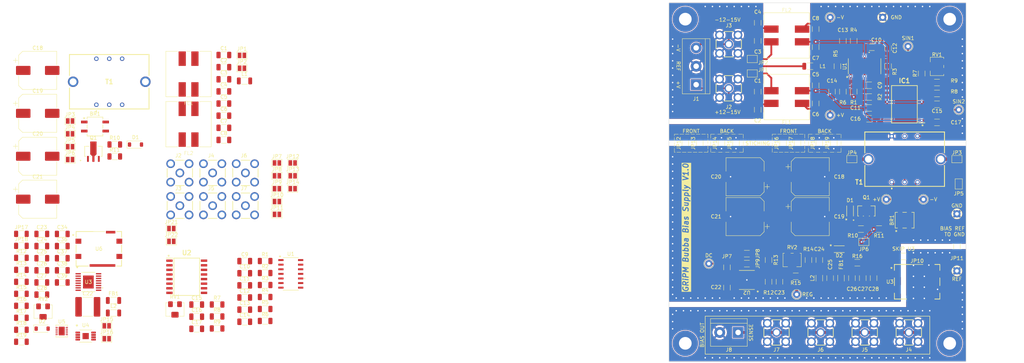
<source format=kicad_pcb>
(kicad_pcb (version 20241229) (generator "pcbnew") (generator_version "9.0")
  (title_block (title "GRiPM Bubba Bias Supply") (date "2024-04-26") (rev "0.1"))
  (layers (0 "F.Cu" signal) (2 "B.Cu" signal) (13 "F.Paste" user) (15 "B.Paste" user) (5 "F.SilkS" user "F.Silkscreen") (7 "B.SilkS" user "B.Silkscreen") (1 "F.Mask" user) (3 "B.Mask" user) (25 "Edge.Cuts" user))
  (net 0 "")
  (net 1 "Net-(T1-PRI.-)")
  (net 2 "/RECTIFIED DC")
  (net 3 "Net-(T1-PRI.+_1)")
  (net 4 "GND")
  (net 5 "Net-(U1-INB+)")
  (net 6 "/SIN")
  (net 7 "Net-(U1-IND+)")
  (net 8 "/Power Input Filter - CMC/+Vin")
  (net 9 "/Power Input Filter - CMC/-Vin")
  (net 10 "/POWER AMP OUT")
  (net 12 "Net-(IC1-INPUT_A_2)")
  (net 17 "Net-(IC1-INPUT_B_1)")
  (net 18 "Net-(JP1-B)")
  (net 19 "Net-(C14-Pad1)")
  (net 20 "Net-(U1-OUTA)")
  (net 21 "Net-(U1-INA-)")
  (net 22 "Net-(U1-INB-)")
  (net 23 "Net-(U1-INC-)")
  (net 24 "/COS")
  (net 25 "Net-(U2-SENSE{slash}ADJ)")
  (net 27 "Net-(C23-Pad2)")
  (net 28 "Net-(C23-Pad1)")
  (net 29 "/+V")
  (net 30 "/-V")
  (net 31 "Net-(JP4-B)")
  (net 32 "/REF")
  (net 33 "Net-(IC1-INPUT_B_2)")
  (net 34 "Net-(C25-Pad1)")
  (net 37 "Net-(JP6-A)")
  (net 38 "Net-(JP2-A)")
  (net 39 "/BIAS REF")
  (net 40 "/BIAS")
  (net 41 "Net-(JP3-B)")
  (net 42 "Net-(JP5-A)")
  (net 43 "Net-(JP10-A)")
  (net 44 "Net-(D1-K)")
  (net 45 "Net-(JP7-A)")
  (net 46 "Net-(JP8-B)")
  (net 47 "Net-(R14-Pad1)")
  (net 48 "Net-(C26-Pad2)")
  (net 49 "/Power Input Filtering/COM IN")
  (net 50 "/Power Input Filtering/+VIN")
  (net 51 "/Power Input Filtering/-VIN")
  (net 52 "/Bubba Oscillator/SIN")
  (net 53 "/Linear Regulator/LIN REG OUT")
  (net 54 "Net-(JP17-A)")
  (net 55 "Net-(U3-CT)")
  (net 56 "/Linear Regulator/+3.3V")
  (net 57 "/Linear Regulator/3.3V REG IN")
  (net 58 "Net-(JP1-A)")
  (net 59 "Net-(JP2-B)")
  (net 60 "/BIAS OUT")
  (net 61 "/Linear Regulator/BIAS")
  (net 62 "Net-(JP15-A)")
  (net 63 "/Bubba Oscillator/COS")
  (net 64 "Net-(U2-INPUT_B_2)")
  (net 65 "/Power Amp/POWER AMP OUT")
  (net 66 "Net-(U2-INPUT_B_1)")
  (net 67 "Net-(U3-ADJ)")
  (net 68 "/Linear Regulator/RHEOSTAT WIPER")
  (net 69 "Net-(JP20-B)")
  (net 70 "Net-(U5-REF_A)")
  (net 71 "Net-(U3-*SHDN)")
  (net 72 "/Linear Regulator/PWRGD")
  (net 74 "Net-(U2-INPUT_A_2)")
  (net 85 "Net-(U4-CPSRR)")
  (net 86 "Net-(JP19-B)")
  (net 87 "/Linear Regulator/SCL")
  (net 88 "/Linear Regulator/SDA")
  (net 89 "/Linear Regulator/RH")
  (footprint "bias-supply:ISL22317WFRTZ" (layer "F.Cu") (at 33.33 104.6038)
    (property "Reference" "U5")
    (property "Value" "TDFN10_3X3_INR")
  )
  (footprint "Resistor_SMD:R_1206_3216Metric" (layer "F.Cu") (at 242.5 52.75 90)
    (property "Reference" "JP18")
    (property "Value" "SolderJumper_2_Open")
  )
  (footprint "Jumper:SolderJumper-2_P1.3mm_Open_Pad1.0x1.5mm" (layer "F.Cu") (at 83.1 32.05)
    (property "Reference" "JP2")
    (property "Value" "SolderJumper_2_Open")
  )
  (footprint "Capacitor_SMD:C_1206_3216Metric" (layer "F.Cu") (at 78.1 51.85)
    (property "Reference" "C8")
    (property "Value" "1n")
  )
  (footprint "Capacitor_SMD:C_1206_3216Metric" (layer "F.Cu") (at 27.83 94.55)
    (property "Reference" "C28")
    (property "Value" "1n")
  )
  (footprint "Capacitor_SMD:C_1206_3216Metric" (layer "F.Cu") (at 261.5 26.5 -90)
    (property "Reference" "C12")
    (property "Value" "10n")
  )
  (footprint "Capacitor_SMD:C_1206_3216Metric" (layer "F.Cu") (at 225.5 38.5 90)
    (property "Reference" "C1")
    (property "Value" "10n")
  )
  (footprint "Potentiometer_SMD:Potentiometer_Bourns_3214W_Vertical" (layer "F.Cu") (at 235 85)
    (property "Reference" "RV2")
    (property "Value" "R_Potentiometer_Small" (hide yes))
  )
  (footprint "Resistor_SMD:R_1206_3216Metric" (layer "F.Cu") (at 253 85.75)
    (property "Reference" "R16")
    (property "Value" "10")
  )
  (footprint "Capacitor_SMD:C_1206_3216Metric" (layer "F.Cu") (at 246 38.5 -90)
    (property "Reference" "C14")
    (property "Value" "10n")
  )
  (footprint "Resistor_SMD:R_1206_3216Metric" (layer "F.Cu") (at 275 36 180)
    (property "Reference" "R9")
    (property "Value" "100k")
  )
  (footprint "Resistor_SMD:R_1206_3216Metric" (layer "F.Cu") (at 47.98 56.41)
    (property "Reference" "R11")
    (property "Value" "100k")
  )
  (footprint "Resistor_SMD:R_1206_3216Metric" (layer "F.Cu") (at 275 39 180)
    (property "Reference" "R8")
    (property "Value" "100k")
  )
  (footprint "Jumper:SolderJumper-2_P1.3mm_Open_Pad1.0x1.5mm" (layer "F.Cu") (at 224 29.5 180)
    (property "Reference" "JP2")
    (property "Value" "SolderJumper_2_Open")
  )
  (footprint "bias-supply:MIC5281_3_3YMME_TR" (layer "F.Cu") (at 39.9419 106)
    (property "Reference" "U4")
    (property "Value" "MIC5281-3.3YMME-TR")
  )
  (footprint "bias-supply:SAMTEC_SMA-J-P-X-ST-TH1" (layer "F.Cu") (at 84.05 60.95)
    (property "Reference" "J6")
    (property "Value" "SMA-J-P-X-ST-TH1")
  )
  (footprint "MountingHole:MountingHole_3.5mm_Pad" (layer "F.Cu") (at 205.5 108)
    (property "Reference" "REF**" (hide yes))
    (property "Value" "MountingHole_3.5mm_Pad")
  )
  (footprint "Diode_SMD:D_SOD-123" (layer "F.Cu") (at 27.925 103.95)
    (property "Reference" "D2")
    (property "Value" "MMSZ5264C")
  )
  (footprint "TerminalBlock:TerminalBlock_bornier-2_P5.08mm" (layer "F.Cu") (at 220.08 105 180)
    (property "Reference" "J8")
    (property "Value" "Screw_Terminal_01x02")
  )
  (footprint "TestPoint_THTPad_D2.0mm_Drill1.0mm_JLCrules:TestPoint_THTPad_D2.0mm_Drill1.0mm_JLCrules" (layer "F.Cu") (at 280.5 88)
    (property "Reference" "REF")
    (property "Value" "TestPoint_THTPad_D2.0mm_Drill1.0mm_JLCrules")
  )
  (footprint "Resistor_SMD:R_1206_3216Metric" (layer "F.Cu") (at 236.5 52.75 90)
    (property "Reference" "JP17")
    (property "Value" "SolderJumper_2_Open")
  )
  (footprint "Capacitor_SMD:CP_Elec_10x10" (layer "F.Cu") (at 26.705 44.5)
    (property "Reference" "C19")
    (property "Value" "68u")
  )
  (footprint "MountingHole:MountingHole_3.5mm_Pad" (layer "F.Cu") (at 205.5 18.5)
    (property "Reference" "REF**" (hide yes))
    (property "Value" "MountingHole_3.5mm_Pad")
  )
  (footprint "MSD1278:MSD1278" (layer "F.Cu") (at 233.5 23 90)
    (property "Reference" "FL2")
    (property "Value" "Choke_Coilcraft_MSD1278")
  )
  (footprint "Capacitor_SMD:C_1206_3216Metric" (layer "F.Cu") (at 27.83 87.85)
    (property "Reference" "C26")
    (property "Value" "0.1u")
  )
  (footprint "Capacitor_SMD:C_1206_3216Metric" (layer "F.Cu") (at 231.5 91 90)
    (property "Reference" "C23")
    (property "Value" "240n")
  )
  (footprint "Resistor_SMD:R_1206_3216Metric" (layer "F.Cu") (at 22.2 107.57)
    (property "Reference" "R19")
    (property "Value" "1M")
  )
  (footprint "bias-supply:SAMTEC_SMA-J-P-X-ST-TH1" (layer "F.Cu") (at 65.95 60.95)
    (property "Reference" "J2")
    (property "Value" "SMA-J-P-X-ST-TH1")
  )
  (footprint "MAX44243ASD+:21-0041B_14_MXM" (layer "F.Cu") (at 255 31.5 90)
    (property "Reference" "U1")
    (property "Value" "MAX44243ASD+")
  )
  (footprint "Jumper:SolderJumper-2_P1.3mm_Open_Pad1.0x1.5mm" (layer "F.Cu") (at 83.1 28.5)
    (property "Reference" "JP1")
    (property "Value" "SolderJumper_2_Open")
  )
  (footprint "Resistor_SMD:R_1206_3216Metric" (layer "F.Cu") (at 76.23 103.9)
    (property "Reference" "R9")
    (property "Value" "100k")
  )
  (footprint "Capacitor_SMD:CP_Elec_10x10" (layer "F.Cu") (at 222 73 180)
    (property "Reference" "C21")
    (property "Value" "68u")
  )
  (footprint "TestPoint_THTPad_D2.0mm_Drill1.0mm_JLCrules:TestPoint_THTPad_D2.0mm_Drill1.0mm_JLCrules" (layer "F.Cu") (at 267 26)
    (property "Reference" "SIN1")
    (property "Value" "TestPoint_THTPad_D2.0mm_Drill1.0mm_JLCrules")
  )
  (footprint "Capacitor_SMD:C_1206_3216Metric" (layer "F.Cu") (at 78.1 31.75)
    (property "Reference" "C2")
    (property "Value" "1n")
  )
  (footprint "Resistor_SMD:R_1206_3216Metric" (layer "F.Cu") (at 236 89.5 180)
    (property "Reference" "R15")
    (property "Value" "1k")
  )
  (footprint "Capacitor_SMD:C_1206_3216Metric" (layer "F.Cu") (at 217 92.61 -90)
    (property "Reference" "C22")
    (property "Value" "10u")
  )
  (footprint "bias-supply:LT3013MPFE_PBF" (layer "F.Cu") (at 40.6912 91.0679)
    (property "Reference" "U3")
    (property "Value" "LT3013MPFE-PBF")
  )
  (footprint "Capacitor_SMD:C_1206_3216Metric" (layer "F.Cu") (at 78.1 28.4)
    (property "Reference" "C1")
    (property "Value" "10n")
  )
  (footprint "Resistor_SMD:R_1206_3216Metric" (layer "F.Cu") (at 256.25 40 180)
    (property "Reference" "R2")
    (property "Value" "10k")
  )
  (footprint "Capacitor_SMD:C_1206_3216Metric" (layer "F.Cu") (at 249 24.5 90)
    (property "Reference" "C13")
    (property "Value" "10n")
  )
  (footprint "Resistor_SMD:R_1206_3216Metric" (layer "F.Cu") (at 89.49 91.9)
    (property "Reference" "R3")
    (property "Value" "10k")
  )
  (footprint "Capacitor_SMD:CP_Elec_10x10" (layer "F.Cu") (at 240 62)
    (property "Reference" "C18")
    (property "Value" "68u")
  )
  (footprint "Resistor_SMD:R_1206_3216Metric" (layer "F.Cu") (at 89.49 101.83)
    (property "Reference" "R6")
    (property "Value" "360k")
  )
  (footprint "Jumper:SolderJumper-2_P1.3mm_Open_Pad1.0x1.5mm" (layer "F.Cu") (at 251.5 57.15)
    (property "Reference" "JP4")
    (property "Value" "SolderJumper_2_Open" (hide yes))
  )
  (footprint "Samtec-SMA:SAMTEC_SMA-J-P-X-ST-TH1" (layer "F.Cu") (at 230.685 105 180)
    (property "Reference" "J7")
    (property "Value" "SMA-J-P-X-ST-TH1" (hide yes))
  )
  (footprint "Resistor_SMD:R_1206_3216Metric" (layer "F.Cu") (at 247.5 31.5 -90)
    (property "Reference" "R5")
    (property "Value" "10k")
  )
  (footprint "Capacitor_SMD:C_1206_3216Metric" (layer "F.Cu") (at 33.48 81.15)
    (property "Reference" "C36")
    (property "Value" "0.1u")
  )
  (footprint "KDZVTR36B:DIO_KDZLVTF100_ROM" (layer "F.Cu") (at 251 71.4586 90)
    (property "Reference" "D1")
    (property "Value" "KDZVTR36B")
  )
  (footprint "DTDG14GPT100:TRANS_2SA2071P_ROM" (layer "F.Cu") (at 255.5 71.4586)
    (property "Reference" "Q1")
    (property "Value" "DTDG14GPT100")
  )
  (footprint "Capacitor_SMD:C_1206_3216Metric" (layer "F.Cu") (at 275 47 180)
    (property "Reference" "C17")
    (property "Value" "0.1u")
  )
  (footprint "Inductor_SMD:L_1206_3216Metric" (layer "F.Cu") (at 47.63 96.17)
    (property "Reference" "FB1")
    (property "Value" "FerriteBead_Small")
  )
  (footprint "Inductor_SMD:L_1206_3216Metric" (layer "F.Cu") (at 248.5 90 -90)
    (property "Reference" "FB1")
    (property "Value" "FerriteBead_Small")
  )
  (footprint "Capacitor_SMD:C_1206_3216Metric" (layer "F.Cu") (at 251.5 90 90)
    (property "Reference" "C26")
    (property "Value" "0.1u")
  )
  (footprint "Inductor_SMD:L_1206_3216Metric" (layer "F.Cu") (at 242.5 90 90)
    (property "Reference" "L2")
    (property "Value" "500u")
  )
  (footprint "Inductor_SMD:L_1206_3216Metric" (layer "F.Cu") (at 83.8 35.55)
    (property "Reference" "L1")
    (property "Value" "1000u")
  )
  (footprint "Capacitor_SMD:C_2220_5750Metric" (layer "F.Cu") (at 40.53 97.92)
    (property "Reference" "C22")
    (property "Value" "10u")
  )
  (footprint "TestPoint_THTPad_D2.0mm_Drill1.0mm_JLCrules:TestPoint_THTPad_D2.0mm_Drill1.0mm_JLCrules" (layer "F.Cu") (at 280.5 72.25)
    (property "Reference" "GND")
    (property "Value" "TestPoint_THTPad_D2.0mm_Drill1.0mm_JLCrules")
  )
  (footprint "Capacitor_SMD:C_1206_3216Metric" (layer "F.Cu") (at 27.83 84.5)
    (property "Reference" "C25")
    (property "Value" "4.7u")
  )
  (footprint "bias-supply:42TM026RC" (layer "F.Cu") (at 42.897 42.131)
    (property "Reference" "T1")
    (property "Value" "42TM026-RC" (hide yes))
  )
  (footprint "Diode_SMD:D_SOD-123" (layer "F.Cu") (at 53.705 53.12)
    (property "Reference" "D1")
    (property "Value" "MMSZ5264C")
  )
  (footprint "Resistor_SMD:R_1206_3216Metric" (layer "F.Cu") (at 252 38.5 90)
    (property "Reference" "R1")
    (property "Value" "1.5M")
  )
  (footprint "Capacitor_SMD:CP_Elec_10x10" (layer "F.Cu") (at 26.705 68.2)
    (property "Reference" "C21")
    (property "Value" "68u")
  )
  (footprint "Capacitor_SMD:C_1206_3216Metric" (layer "F.Cu") (at 241.5 21.225 90)
    (property "Reference" "C8")
    (property "Value" "1n")
  )
  (footprint "Samtec-SMA:SAMTEC_SMA-J-P-X-ST-TH1" (layer "F.Cu") (at 255.04 105 180)
    (property "Reference" "J5")
    (property "Value" "SMA-J-P-X-ST-TH1" (hide yes))
  )
  (footprint "Capacitor_SMD:C_1206_3216Metric" (layer "F.Cu") (at 83.86 95.35)
    (property "Reference" "C12")
    (property "Value" "10n")
  )
  (footprint "bias-supply:SAMTEC_SMA-J-P-X-ST-TH1" (layer "F.Cu") (at 75 60.95)
    (property "Reference" "J4")
    (property "Value" "SMA-J-P-X-ST-TH1")
  )
  (footprint "MountingHole:MountingHole_3.5mm_Pad" (layer "F.Cu") (at 278.5 18.5)
    (property "Reference" "REF**" (hide yes))
    (property "Value" "MountingHole_3.5mm_Pad")
  )
  (footprint "Jumper:SolderJumper-2_P1.3mm_Open_Pad1.0x1.5mm" (layer "F.Cu") (at 224 33.5)
    (property "Reference" "JP1")
    (property "Value" "SolderJumper_2_Open")
  )
  (footprint "Capacitor_SMD:C_1206_3216Metric" (layer "F.Cu") (at 256.25 46)
    (property "Reference" "C16")
    (property "Value" "0.1u")
  )
  (footprint "Capacitor_SMD:C_1206_3216Metric" (layer "F.Cu") (at 225.5 24.5 -90)
    (property "Reference" "C3")
    (property "Value" "10n")
  )
  (footprint "TestPoint_THTPad_D2.0mm_Drill1.0mm_JLCrules:TestPoint_THTPad_D2.0mm_Drill1.0mm_JLCrules" (layer "F.Cu") (at 271.25 68.25)
    (property "Reference" "-V")
    (property "Value" "TestPoint_THTPad_D2.0mm_Drill1.0mm_JLCrules")
  )
  (footprint "Capacitor_SMD:C_1206_3216Metric" (layer "F.Cu") (at 27.83 91.2)
    (property "Reference" "C27")
    (property "Value" "10n")
  )
  (footprint "Resistor_SMD:R_1206_3216Metric" (layer "F.Cu") (at 22.2 100.95)
    (property "Reference" "R17")
    (property "Value" "var")
  )
  (footprint "Resistor_SMD:R_1206_3216Metric" (layer "F.Cu") (at 252 24.5 -90)
    (property "Reference" "R4")
    (property "Value" "10k")
  )
  (footprint "Resistor_SMD:R_1206_3216Metric" (layer "F.Cu") (at 228.5 85 90)
    (property "Reference" "R13")
    (property "Value" "30k")
  )
  (footprint "Capacitor_SMD:CP_Elec_10x10" (layer "F.Cu") (at 26.705 56.35)
    (property "Reference" "C20")
    (property "Value" "68u")
  )
  (footprint "TestPoint_THTPad_D2.0mm_Drill1.0mm_JLCrules:TestPoint_THTPad_D2.0mm_Drill1.0mm_JLCrules" (layer "F.Cu") (at 212 86)
    (property "Reference" "DC")
    (property "Value" "TestPoint_THTPad_D2.0mm_Drill1.0mm_JLCrules")
  )
  (footprint "Capacitor_SMD:C_1206_3216Metric" (layer "F.Cu") (at 78.1 48.5)
    (property "Reference" "C7")
    (property "Value" "10n")
  )
  (footprint "bias-supply:SAMTEC_SMA-J-P-X-ST-TH1" (layer "F.Cu") (at 65.95 70)
    (property "Reference" "J3")
    (property "Value" "SMA-J-P-X-ST-TH1")
  )
  (footprint "Samtec-SMA:SAMTEC_SMA-J-P-X-ST-TH1" (layer "F.Cu") (at 267.2175 105 180)
    (property "Reference" "J4")
    (property "Value" "SMA-J-P-X-ST-TH1" (hide yes))
  )
  (footprint "Potentiometer_SMD:Potentiometer_Bourns_3214W_Vertical" (layer "F.Cu") (at 28.18 99.25)
    (property "Reference" "RV2")
    (property "Value" "200k")
  )
  (footprint "Resistor_SMD:R_1206_3216Metric" (layer "F.Cu") (at 239.5 85 -90)
    (property "Reference" "R14")
    (property "Value" "570k")
  )
  (footprint "Resistor_SMD:R_1206_3216Metric" (layer "F.Cu") (at 22.2 97.64)
    (property "Reference" "R16")
    (property "Value" "10")
  )
  (footprint "Capacitor_SMD:C_1206_3216Metric" (layer "F.Cu") (at 256.25 36.75 180)
    (property "Reference" "C9")
    (property "Value" "0.1u")
  )
  (footprint "bias-supply:KMB22S" (layer "F.Cu") (at 42.516 48.1417)
    (property "Reference" "BR1")
    (property "Value" "KMB22S")
  )
  (footprint "Inductor_SMD:L_1206_3216Metric" (layer "F.Cu") (at 47.63 99.62)
    (property "Reference" "L2")
    (property "Value" "500u")
  )
  (footprint "Capacitor_SMD:C_1206_3216Metric" (layer "F.Cu") (at 245.5 90 -90)
    (property "Reference" "C25")
    (property "Value" "4.7u")
  )
  (footprint "Capacitor_SMD:C_1206_3216Metric" (layer "F.Cu") (at 33.48 77.8)
    (property "Reference" "C34")
    (property "Value" "1n")
  )
  (footprint "TestPoint_THTPad_D2.0mm_Drill1.0mm_JLCrules:TestPoint_THTPad_D2.0mm_Drill1.0mm_JLCrules" (layer "F.Cu") (at 245.5 18)
    (property "Reference" "-V")
    (property "Value" "TestPoint_THTPad_D2.0mm_Drill1.0mm_JLCrules")
  )
  (footprint "Samtec-SMA:SAMTEC_SMA-J-P-X-ST-TH1" (layer "F.Cu") (at 217.5 37.589 180)
    (property "Reference" "J2")
    (property "Value" "SMA-J-P-X-ST-TH1")
  )
  (footprint "Jumper:SolderJumper-2_P1.3mm_Open_Pad1.0x1.5mm" (layer "F.Cu") (at 97.1 58.2)
    (property "Reference" "JP12")
    (property "Value" "SolderJumper_2_Open")
  )
  (footprint "ADP7142ARDZ-R7:SOIC8_ADP7142ARDZ-R7_ADI" (layer "F.Cu") (at 222.5 90.5 180)
    (property "Reference" "U2")
    (property "Value" "ADP7142ARDZ-R7")
  )
  (footprint "Capacitor_SMD:C_1206_3216Metric" (layer "F.Cu") (at 225.5 19.5 90)
    (property "Reference" "C4")
    (property "Value" "1n")
  )
  (footprint "Resistor_SMD:R_1206_3216Metric" (layer "F.Cu") (at 246.5 52.75 90)
    (property "Reference" "JP19")
    (property "Value" "SolderJumper_2_Open")
  )
  (footprint "Resistor_SMD:R_1206_3216Metric" (layer "F.Cu") (at 219.5 52.75 90)
    (property "Reference" "JP15")
    (property "Value" "SolderJumper_2_Open")
  )
  (footprint "Jumper:SolderJumper-2_P1.3mm_Open_Pad1.0x1.5mm" (layer "F.Cu") (at 63.6 79.85)
    (property "Reference" "JP22")
    (property "Value" "~")
  )
  (footprint "Capacitor_SMD:C_1206_3216Metric" (layer "F.Cu") (at 33.48 84.5)
    (property "Reference" "C37")
    (property "Value" "10u")
  )
  (footprint "TestPoint_THTPad_D2.0mm_Drill1.0mm_JLCrules:TestPoint_THTPad_D2.0mm_Drill1.0mm_JLCrules" (layer "F.Cu") (at 236.25 94.5)
    (property "Reference" "REG")
    (property "Value" "TestPoint_THTPad_D2.0mm_Drill1.0mm_JLCrules")
  )
  (footprint "Resistor_SMD:R_1206_3216Metric" (layer "F.Cu") (at 89.49 85.28)
    (property "Reference" "R1")
    (property "Value" "1.5M")
  )
  (footprint "Capacitor_SMD:C_1206_3216Metric" (layer "F.Cu") (at 83.86 85.3)
    (property "Reference" "C9")
    (property "Value" "0.1u")
  )
  (footprint "Resistor_SMD:R_1206_3216Metric" (layer "F.Cu") (at 22.2 84.4)
    (property "Reference" "R12")
    (property "Value" "732k")
  )
  (footprint "Jumper:SolderJumper-2_P1.3mm_Open_Pad1.0x1.5mm" (layer "F.Cu") (at 92.75 72.4)
    (property "Reference" "JP11")
    (property "Value" "SolderJumper_2_Open")
  )
  (footprint "bias-supply:MAX44243ASD+" (layer "F.Cu") (at 96.573999 88.824)
    (property "Reference" "U1")
    (property "Value" "MAX44243ASD+")
  )
  (footprint "Resistor_SMD:R_1206_3216Metric" (layer "F.Cu") (at 270.775 33.5 -90)
    (property "Reference" "R7")
    (property "Value" "10k")
  )
  (footprint "Resistor_SMD:R_1206_3216Metric" (layer "F.Cu") (at 228.5 91 90)
    (property "Reference" "R12")
    (property "Value" "670k")
  )
  (footprint "Resistor_SMD:R_1206_3216Metric" (layer "F.Cu") (at 280.5 81.25 -90)
    (property "Reference" "JP11")
    (property "Value" "Jumper_2_Open")
  )
  (footprint "Jumper:SolderJumper-2_P1.3mm_Open_Pad1.0x1.5mm" (layer "F.Cu") (at 97.1 65.3)
    (property "Reference" "JP14")
    (property "Value" "SolderJumper_2_Open")
  )
  (footprint "Samtec-SMA:SAMTEC_SMA-J-P-X-ST-TH1" (layer "F.Cu") (at 242.8625 105 180)
    (property "Reference" "J6")
    (property "Value" "SMA-J-P-X-ST-TH1" (hide yes))
  )
  (footprint "Resistor_SMD:R_1206_3216Metric" (layer "F.Cu") (at 232.5 52.75 90)
    (property "Reference" "JP16")
    (property "Value" "SolderJumper_2_Open")
  )
  (footprint "bias-supply:BNX022-01L_MUR" (layer "F.Cu") (at 43.5868 81.9082)
    (property "Reference" "U6")
    (property "Value" "BNX022-01L")
  )
  (footprint "Resistor_SMD:R_1206_3216Metric" (layer "F.Cu") (at 89.49 88.59)
    (property "Reference" "R2")
    (property "Value" "10k")
  )
  (footprint "Resistor_SMD:R_1206_3216Metric" (layer "F.Cu") (at 76.23 97.28)
    (property "Reference" "R7")
    (property "Value" "10k")
  )
  (footprint "Potentiometer_SMD:Potentiometer_Bourns_3214W_Vertical" (layer "F.Cu") (at 64.6 98.65)
    (property "Reference" "RV1")
    (property "Value" "100k")
  )
  (footprint "Capacitor_SMD:C_1206_3216Metric" (layer "F.Cu") (at 257.5 90 90)
    (property "Reference" "C28")
    (property "Value" "1n")
  )
  (footprint "Capacitor_SMD:C_1206_3216Metric" (layer "F.Cu") (at 83.86 102.05)
    (property "Reference" "C14")
    (property "Value" "10n")
  )
  (footprint "TestPoint_THTPad_D2.0mm_Drill1.0mm_JLCrules:TestPoint_THTPad_D2.0mm_Drill1.0mm_JLCrules" (layer "F.Cu") (at 260 18)
    (property "Reference" "GND")
    (property "Value" "TestPoint_THTPad_D2.0mm_Drill1.0mm_JLCrules")
  )
  (footprint "Jumper:SolderJumper-2_P1.3mm_Open_Pad1.0x1.5mm" (layer "F.Cu") (at 92.75 61.75)
    (property "Reference" "JP8")
    (property "Value" "SolderJumper_2_Open")
  )
  (footprint "Capacitor_SMD:C_1206_3216Metric" (layer "F.Cu") (at 33.48 91.2)
    (property "Reference" "C39")
    (property "Value" "1u_+60V")
  )
  (footprint "Jumper:SolderJumper-2_P1.3mm_Open_Pad1.0x1.5mm" (layer "F.Cu") (at 97.1 61.75)
    (property "Reference" "JP13")
    (property "Value" "SolderJumper_2_Open")
  )
  (footprint "Capacitor_SMD:C_1206_3216Metric" (layer "F.Cu") (at 78.1 41.8)
    (property "Reference" "C5")
    (property "Value" "10n")
  )
  (footprint "Capacitor_SMD:C_1206_3216Metric" (layer "F.Cu") (at 225.5 43.5 -90)
    (property "Reference" "C2")
    (property "Value" "1n")
  )
  (footprint "Resistor_SMD:R_1206_3216Metric" (layer "F.Cu") (at 22.2 94.33)
    (property "Reference" "R15")
    (property "Value" "1k")
  )
  (footprint "TestPoint_THTPad_D2.0mm_Drill1.0mm_JLCrules:TestPoint_THTPad_D2.0mm_Drill1.0mm_JLCrules" (layer "F.Cu") (at 245.5 45)
    (property "Reference" "+V")
    (property "Value" "TestPoint_THTPad_D2.0mm_Drill1.0mm_JLCrules")
  )
  (footprint "Capacitor_SMD:C_1206_3216Metric" (layer "F.Cu") (at 78.1 45.15)
    (property "Reference" "C6")
    (property "Value" "1n")
  )
  (footprint "Capacitor_SMD:CP_Elec_10x10" (layer "F.Cu") (at 26.705 32.65)
    (property "Reference" "C18")
    (property "Value" "68u")
  )
  (footprint "Resistor_SMD:R_1206_3216Metric" (layer "F.Cu") (at 222.5 86)
    (property "Reference" "JP9")
    (property "Value" "Jumper_2_Open" (hide yes))
  )
  (footprint "TestPoint_THTPad_D2.0mm_Drill1.0mm_JLCrules:TestPoint_THTPad_D2.0mm_Drill1.0mm_JLCrules" (layer "F.Cu") (at 261 68.25)
    (property "Reference" "+V")
    (property "Value" "TestPoint_THTPad_D2.0mm_Drill1.0mm_JLCrules")
  )
  (footprint "Capacitor_SMD:C_1206_3216Metric" (layer "F.Cu") (at 241.5 36.775 90)
    (property "Reference" "C5")
    (property "Value" "10n")
  )
  (footprint "Jumper:SolderJumper-2_P1.3mm_Open_Pad1.0x1.5mm" (layer "F.Cu") (at 45.75 103.17)
    (property "Reference" "JP15")
    (property "Value" "SolderJumper_2_Open")
  )
  (footprint "Jumper:SolderJumper-2_P1.3mm_Open_Pad1.0x1.5mm" (layer "F.Cu") (at 254.8125 80 180)
    (property "Reference" "JP6")
    (property "Value" "SolderJumper_2_Open")
  )
  (footprint "bias-supply:TCA0372BDWR2G" (layer "F.Cu") (at 67.85 89.625)
    (property "Reference" "U2")
    (property "Value" "SOIC127P1030X265-16N" (hide yes))
  )
  (footprint "KDZVTR36B:DIO_KDZLVTF100_ROM" (layer "F.Cu") (at 248 82)
    (property "Reference" "D2")
    (property "Value" "KDZVTR36B")
  )
  (footprint "Capacitor_SMD:C_1206_3216Metric" (layer "F.Cu") (at 70.6 97.3)
    (property "Reference" "C15")
    (property "Value" "0.1u")
  )
  (footprint "Jumper:SolderJumper-2_P1.3mm_Open_Pad1.0x1.5mm" (layer "F.Cu") (at 280.5 57.15 180)
    (property "Reference" "JP3")
    (property "Value" "SolderJumper_2_Open" (hide yes))
  )
  (footprint "Capacitor_SMD:C_1206_3216Metric" (layer "F.Cu") (at 83.86 88.65)
    (property "Reference" "C10")
    (property "Value" "0.1u")
  )
  (footprint "Capacitor_SMD:CP_Elec_10x10" (layer "F.Cu") (at 222 62 180)
    (property "Reference" "C20")
    (property "Value" "68u")
  )
  (footprint "Resistor_SMD:R_1206_3216Metric" (layer "F.Cu") (at 222.5 83.25 180)
    (property "Reference" "JP8")
    (property "Value" "Jumper_2_Open" (hide yes))
  )
  (footprint "Resistor_SMD:R_1206_3216Metric" (layer "F.Cu") (at 265.75 84)
    (property "Reference" "JP10")
    (property "Value" "Jumper_2_Open")
  )
  (footprint "Resistor_SMD:R_1206_3216Metric" (layer "F.Cu") (at 47.98 53.1)
    (property "Reference" "R10")
    (property "Value" "50k")
  )
  (footprint "MountingHole:MountingHole_3.5mm_Pad" (layer "F.Cu") (at 278.5 108)
    (property "Reference" "REF**" (hide yes))
    (property "Value" "MountingHole_3.5mm_Pad")
  )
  (footprint "Resistor_SMD:R_1206_3216Metric" (layer "F.Cu") (at 254 76.4586 180)
    (property "Reference" "R10")
    (property "Value" "50k")
  )
  (footprint "Potentiometer_SMD:Potentiometer_Bourns_3214W_Vertical" (layer "F.Cu") (at 275 31.556 -90)
    (property "Reference" "RV1")
    (property "Value" "R_Potentiometer_Small")
  )
  (footprint "Capacitor_SMD:C_1206_3216Metric" (layer "F.Cu") (at 257 26.25 180)
    (property "Reference" "C10")
    (property "Value" "0.1u")
  )
  (footprint "Jumper:SolderJumper-2_P1.3mm_Open_Pad1.0x1.5mm" (layer "F.Cu") (at 281 64 -90)
    (property "Reference" "JP5")
    (property "Value" "SolderJumper_2_Open")
  )
  (footprint "Jumper:SolderJumper-2_P1.3mm_Open_Pad1.0x1.5mm" (layer "F.Cu") (at 45.75 106.72)
    (property "Reference" "JP16")
    (property "Value" "SolderJumper_2_Open")
  )
  (footprint "Jumper:SolderJumper-2_P1.3mm_Open_Pad1.0x1.5mm" (layer "F.Cu") (at 92.75 65.3)
    (property "Reference" "JP9")
    (property "Value" "SolderJumper_2_Open")
  )
  (footprint "bias-supply:DTDG14GPT100" (layer "F.Cu") (at 42.0715 54.993)
    (property "Reference" "Q1")
    (property "Value" "DTDG14GPT100")
  )
  (footprint "Resistor_SMD:R_1206_3216Metric" (layer "F.Cu") (at 209.5 52.75 90)
    (property "Reference" "JP13")
    (property "Value" "SolderJumper_2_Open")
  )
  (footprint "Capacitor_SMD:C_1206_3216Metric" (layer "F.Cu") (at 241.5 41.775 -90)
    (property "Reference" "C6")
    (property "Value" "1n")
  )
  (footprint "Capacitor_SMD:C_1206_3216Metric" (layer "F.Cu") (at 256.25 43)
    (property "Reference" "C11")
    (property "Value" "10n")
  )
  (footprint "MSD1278:MSD1278" (layer "F.Cu") (at 233.5 40 90)
    (property "Reference" "FL1")
    (property "Value" "Choke_Coilcraft_MSD1278")
  )
  (footprint "Jumper:SolderJumper-2_P1.3mm_Open_Pad1.0x1.5mm" (layer "F.Cu") (at 92.75 68.85)
    (property "Reference" "JP10")
    (property "Value" "SolderJumper_2_Open")
  )
  (footprint "Jumper:SolderJumper-2_P1.3mm_Open_Pad1.0x1.5mm" (layer "F.Cu") (at 35.65 46.61)
    (property "Reference" "JP3")
    (property "Value" "SolderJumper_2_Open")
  )
  (footprint "Capacitor_SMD:C_1206_3216Metric" (layer "F.Cu") (at 275 42 180)
    (property "Reference" "C15")
    (property "Value" "0.1u")
  )
  (footprint "Inductor_SMD:L_1206_3216Metric" (layer "F.Cu") (at 239.925 31.5)
    (property "Reference" "L1")
    (property "Value" "1000u")
  )
  (footprint "Jumper:SolderJumper-2_P1.3mm_Open_Pad1.0x1.5mm" (layer "F.Cu") (at 35.65 50.16)
    (property "Reference" "JP4")
    (property "Value" "SolderJumper_2_Open")
  )
  (footprint "Resistor_SMD:R_1206_3216Metric" (layer "F.Cu") (at 22.2 77.78)
    (property "Reference" "JP17")
    (property "Value" "Jumper_2_Open")
  )
  (footprint "42TM026-RC:42TM026RC" (layer "F.Cu") (at 262.5 63.5)
    (property "Reference" "T1")
    (property "Value" "42TM026-RC" (hide yes))
  )
  (footprint "Jumper:SolderJumper-2_P1.3mm_Open_Pad1.0x1.5mm" (layer "F.Cu") (at 35.65 53.71)
    (property "Reference" "JP5")
    (property "Value" "~")
  )
  (footprint "Capacitor_SMD:C_1206_3216Metric" (layer "F.Cu") (at 27.83 77.8)
    (property "Reference" "C23")
    (property "Value" "240n")
  )
  (footprint "Capacitor_SMD:C_1206_3216Metric" (layer "F.Cu") (at 242.5 85 90)
    (property "Reference" "C24")
    (property "Value" "10u")
  )
  (footprint "Capacitor_SMD:C_1206_3216Metric" (layer "F.Cu") (at 83.86 98.7)
    (property "Reference" "C13")
    (property "Value" "10n")
  )
  (footprint "bias-supply:SAMTEC_SMA-J-P-X-ST-TH1" (layer "F.Cu") (at 84.05 70)
    (property "Reference" "J7")
    (property "Value" "SMA-J-P-X-ST-TH1")
  )
  (footprint "Capacitor_SMD:C_1206_3216Metric" (layer "F.Cu") (at 254.5 90 90)
    (property "Reference" "C27")
    (property "Value" "10n")
  )
  (footprint "Capacitor_SMD:C_1206_3216Metric" (layer "F.Cu") (at 241.5 26.225 -90)
    (property "Reference" "C7")
    (property "Value" "10n")
  )
  (footprint "Resistor_SMD:R_1206_3216Metric" (layer "F.Cu") (at 22.2 87.71)
    (property "Reference" "R13")
    (property "Value" "19.1k")
  )
  (footprint "Samtec-SMA:SAMTEC_SMA-J-P-X-ST-TH1" (layer "F.Cu") (at 217.5 25.411)
    (property "Reference" "J3")
    (property "Value" "SMA-J-P-X-ST-TH1")
  )
  (footprint "Resistor_SMD:R_1206_3216Metric" (layer "F.Cu") (at 76.23 100.59)
    (property "Reference" "R8")
    (property "Value" "38.3k")
  )
  (footprint "Resistor_SMD:R_1206_3216Metric" (layer "F.Cu") (at 22.2 91.02)
    (property "Reference" "R14")
    (property "Value" "532k")
  )
  (footprint "Capacitor_SMD:CP_Elec_10x10" (layer "F.Cu") (at 240 73)
    (property "Reference" "C19")
    (property "Value" "68u")
  )
  (footprint "Jumper:SolderJumper-2_P1.3mm_Open_Pad1.0x1.5mm" (layer "F.Cu") (at 92.75 58.2)
    (property "Reference" "JP7")
    (property "Value" "SolderJumper_2_Open")
  )
  (footprint "TCA0372BDWR2G:SOIC127P1030X265-16N" (layer "F.Cu") (at 266 42 180)
    (property "Reference" "IC1")
    (property "Value" "TCA0372BDWR2G" (hide yes))
  )
  (footprint "Resistor_SMD:R_1206_3216Metric" (layer "F.Cu") (at 22.2 81.09)
    (property "Reference" "JP18")
    (property "Value" "Jumper_2_Open")
  )
  (footprint "Resistor_SMD:R_1206_3216Metric" (layer "F.Cu") (at 89.49 95.21)
    (property "Reference" "R4")
    (property "Value" "10k")
  )
  (footprint "Capacitor_SMD:C_1206_3216Metric" (layer "F.Cu") (at 78.1 38.45)
    (property "Reference" "C4")
    (property "Value" "1n")
  )
  (footprint "Resistor_SMD:R_1206_3216Metric" (layer "F.Cu") (at 249 38.5 90)
    (property "Reference" "R6")
    (property "Value" "360k")
  )
  (footprint "TestPoint_THTPad_D2.0mm_Drill1.0mm_JLCrules:TestPoint_THTPad_D2.0mm_Drill1.0mm_JLCrules" (layer "F.Cu") (at 281 43.5)
    (property "Reference" "SIN2")
    (property "Value" "TestPoint_THTPad_D2.0mm_Drill1.0mm_JLCrules")
  )
  (footprint "Resistor_SMD:R_1206_3216Metric" (layer "F.Cu") (at 259 76.4586)
    (property "Reference" "R11")
    (property "Value" "100k")
  )
  (footprint "Resistor_SMD:R_1206_3216Metric" (layer "F.Cu") (at 261.5 31.5 -90)
    (property "Reference" "R3")
    (property "Value" "10k")
  )
  (footprint "Capacitor_SMD:C_1206_3216Metric" (layer "F.Cu") (at 70.6 104)
    (property "Reference" "C17")
    (property "Value" "0.1u")
  )
  (footprint "Jumper:SolderJumper-2_P1.3mm_Open_Pad1.0x1.5mm" (layer "F.Cu") (at 35.65 57.26)
    (property "Reference" "JP6")
    (property "Value" "~")
  )
  (footprint "Jumper:SolderJumper-2_P1.3mm_Open_Pad1.0x1.5mm" (layer "F.Cu") (at 63.6 76.3)
    (property "Reference" "JP21")
    (property "Value" "~")
  )
  (footprint "Resistor_SMD:R_1206_3216Metric" (layer "F.Cu") (at 215.5 52.75 90)
    (property "Reference" "JP14")
    (property "Value" "SolderJumper_2_Open")
  )
  (footprint "bias-supply:MSD1278" (layer "F.Cu") (at 68.35 33.65)
    (property "Reference" "FL1")
    (property "Value" "Choke_Coilcraft_MSD1278")
  )
  (footprint "TerminalBlock:TerminalBlock_bornier-3_P5.08mm" (layer "F.Cu") (at 208.5 36.58 90)
    (property "Reference" "J1")
    (property "Value" "Screw_Terminal_01x03")
  )
  (footprint "Capacitor_SMD:C_1206_3216Metric" (layer "F.Cu") (at 217 87.025 90)
    (property "Reference" "JP7")
    (property "Value" "Jumper_2_Open" (hide yes))
  )
  (footprint "Resistor_SMD:R_1206_3216Metric" (layer "F.Cu") (at 22.2 104.26)
    (property "Reference" "R18")
    (property "Value" "500k")
  )
  (footprint "bias-supply:SAMTEC_SMA-J-P-X-ST-TH1" (layer "F.Cu") (at 75 70)
    (property "Reference" "J5")
    (property "Value" "SMA-J-P-X-ST-TH1")
  )
  (footprint "BNX022-01L:BNX022-01L_MUR" (layer "F.Cu") (at 269.5 91)
    (property "Reference" "U3")
    (property "Value" "BNX022-01L")
  )
  (footprint "Resistor_SMD:R_1206_3216Metric" (layer "F.Cu") (at 205.5 52.75 90)
    (property "Reference" "JP12")
    (property "Value" "SolderJumper_2_Open")
  )
  (footprint "Capacitor_SMD:C_1206_3216Metric" (layer "F.Cu") (at 83.86 92)
    (property "Reference" "C11")
    (property "Value" "10n")
  )
  (footprint "Capacitor_SMD:C_1206_3216Metric" (layer "F.Cu") (at 78.1 35.1)
    (property "Reference" "C3")
    (property "Value" "10n")
  )
  (footprint "Capacitor_SMD:C_1206_3216Metric" (layer "F.Cu") (at 27.83 81.15)
    (property "Reference" "C24")
    (property "Value" "10u")
  )
  (footprint "KMB22S:MB-S_SME" (layer "F.Cu") (at 266.056 74 90)
    (property "Reference" "BR1")
    (property "Value" "KMB210S")
  )
  (footprint "Resistor_SMD:R_1206_3216Metric" (layer "F.Cu") (at 89.49 98.52)
    (property "Reference" "R5")
    (property "Value" "10k")
  )
  (footprint "bias-supply:MSD1278" (layer "F.Cu") (at 68.35 47.5)
    (property "Reference" "FL2")
    (property "Value" "Choke_Coilcraft_MSD1278")
  )
  (footprint "Capacitor_SMD:C_1206_3216Metric" (layer "F.Cu") (at 70.6 100.65)
    (property "Reference" "C16")
    (property "Value" "0.1u")
  )
  (footprint "Capacitor_SMD:C_1206_3216Metric" (layer "F.Cu") (at 33.48 87.85)
    (property "Reference" "C38")
    (property "Value" "10u")
  )
  (gr_rect (start 239.5 50.25) (end 248.5 55.25) (stroke (width 0.1) (type dash_dot)) (fill no) (layer "F.SilkS"))
  (gr_rect (start 211 100.5) (end 273 111) (stroke (width 0.15)) (fill no) (layer "F.SilkS"))
  (gr_rect (start 229.5 50.25) (end 238.5 55.25) (stroke (width 0.1) (type dash)) (fill no) (layer "F.SilkS"))
  (gr_rect (start 202.5 50.25) (end 211.75 55.25) (stroke (width 0.1) (type dash)) (fill no) (layer "F.SilkS"))
  (gr_rect (start 212.5 50.25) (end 221.5 55.25) (stroke (width 0.1) (type dash_dot)) (fill no) (layer "F.SilkS"))
  (gr_rect (start 201 14) (end 283 113) (stroke (width 0.1)) (fill no) (layer "Edge.Cuts"))
  (gr_text "BIAS OUT" (at 210.75 109.25 90) (layer "F.SilkS") (effects (font (size 1 1)) (justify left bottom)))
  (gr_text "STICHING" (at 222 53.375 0) (layer "F.SilkS") (effects (font (size 1 1)) (justify left bottom)))
  (gr_text "SENSE" (at 224.25 107.505953 90) (layer "F.SilkS") (effects (font (size 1 1)) (justify left bottom)))
  (gr_text "GRiPM Bubba Bias Supply V1.0" (at 206.5 94 90) (layer "F.SilkS" knockout) (effects (font (size 1.5 1.5) (thickness 0.3) (bold yes) (italic yes)) (justify left bottom)))
  (gr_text "-12-15V" (at 213.5 19.25 0) (layer "F.SilkS") (effects (font (size 1 1)) (justify left bottom)))
  (gr_text "SKIP U3" (at 265.75 82.5 0) (layer "F.SilkS") (effects (font (size 1 1)) (justify bottom)))
  (gr_text "REF" (at 203 29.994048 -90) (layer "F.SilkS") (effects (font (size 1 1)) (justify left bottom)))
  (gr_text "FRONT" (at 231.517857 50 0) (layer "F.SilkS") (effects (font (size 1 1)) (justify left bottom)))
  (gr_text "BACK" (at 214.946429 50 0) (layer "F.SilkS") (effects (font (size 1 1)) (justify left bottom)))
  (gr_text "+12-15V" (at 213.5 44.75 0) (layer "F.SilkS") (effects (font (size 1 1)) (justify left bottom)))
  (gr_text "BACK" (at 241.946429 50 0) (layer "F.SilkS") (effects (font (size 1 1)) (justify left bottom)))
  (gr_text "FRONT" (at 204.642857 50 0) (layer "F.SilkS") (effects (font (size 1 1)) (justify left bottom)))
  (gr_text "-V" (at 203 25.247381 -90) (layer "F.SilkS") (effects (font (size 1 1)) (justify left bottom)))
  (gr_text "BIAS REF\nTO GND" (at 282.75 78.5 0) (layer "F.SilkS") (effects (font (size 1 1)) (justify right bottom)))
  (gr_text "+V\n" (at 203 35.407381 -90) (layer "F.SilkS") (effects (font (size 1 1)) (justify left bottom)))
  (segment (start 267.306 65.806) (end 267.306 71.0409) (width 0.5) (layer "F.Cu") (net 1))
  (segment (start 269.612 63.5) (end 267.306 65.806) (width 0.5) (layer "F.Cu") (net 1))
  (segment (start 267.306 68.25) (end 271.112 68.25) (width 0.5) (layer "F.Cu") (net 1))
  (segment (start 214.5 86) (end 212 86) (width 0.5) (layer "F.Cu") (net 2))
  (segment (start 214.5 86) (end 214.5 90) (width 0.5) (layer "F.Cu") (net 2))
  (segment (start 215.635 91.135) (end 217 91.135) (width 0.5) (layer "F.Cu") (net 2))
  (segment (start 223.9625 80.0375) (end 224 80) (width 0.5) (layer "F.Cu") (net 2))
  (segment (start 231 62) (end 231 80) (width 0.5) (layer "F.Cu") (net 2))
  (segment (start 257 73.5414) (end 257 74.5) (width 0.5) (layer "F.Cu") (net 2))
  (segment (start 245 80) (end 244.5 80) (width 0.5) (layer "F.Cu") (net 2))
  (segment (start 244.5 80) (end 235 80) (width 0.5) (layer "F.Cu") (net 2))
  (segment (start 245 80) (end 254.25 80) (width 0.5) (layer "F.Cu") (net 2))
  (segment (start 257 74.5) (end 257.5375 75.0375) (width 0.5) (layer "F.Cu") (net 2))
  (segment (start 254.25 80) (end 254.1625 80) (width 0.5) (layer "F.Cu") (net 2))
  (segment (start 219.775248 91.135) (end 217 91.135) (width 0.5) (layer "F.Cu") (net 2))
  (segment (start 214.5 81.5) (end 214.5 86) (width 0.5) (layer "F.Cu") (net 2))
  (segment (start 214.5 90) (end 215.635 91.135) (width 0.5) (layer "F.Cu") (net 2))
  (segment (start 216 80) (end 214.5 81.5) (width 0.5) (layer "F.Cu") (net 2))
  (segment (start 226 73) (end 236 73) (width 0.5) (layer "F.Cu") (net 2))
  (segment (start 257.5 76.5) (end 257.5375 76.4586) (width 0.5) (layer "F.Cu") (net 2))
  (segment (start 231 80) (end 224 80) (width 0.5) (layer "F.Cu") (net 2))
  (segment (start 219.775248 91.135) (end 219.775248 92.405) (width 0.5) (layer "F.Cu") (net 2))
  (segment (start 245.5 82) (end 246.3744 82) (width 0.5) (layer "F.Cu") (net 2))
  (segment (start 235 80) (end 231 80) (width 0.5) (layer "F.Cu") (net 2))
  (segment (start 245 80) (end 245 81.5) (width 0.5) (layer "F.Cu") (net 2))
  (segment (start 224 80) (end 216 80) (width 0.5) (layer "F.Cu") (net 2))
  (segment (start 257.5375 75.0375) (end 257.5375 76.5) (width 0.5) (layer "F.Cu") (net 2))
  (segment (start 223.9625 83.25) (end 223.9625 80.0375) (width 0.5) (layer "F.Cu") (net 2))
  (segment (start 245 81.5) (end 245.5 82) (width 0.5) (layer "F.Cu") (net 2))
  (segment (start 231 62) (end 236 62) (width 0.5) (layer "F.Cu") (net 2))
  (segment (start 226 62) (end 231 62) (width 0.5) (layer "F.Cu") (net 2))
  (via (at 254.1625 80) (size 0.8) (drill 0.4) (layers "F.Cu" "B.Cu") (net 2))
  (via (at 257.5375 76.5) (size 0.8) (drill 0.4) (layers "F.Cu" "B.Cu") (net 2))
  (segment (start 257.5375 76.5) (end 257.5375 76.625) (width 0.5) (layer "B.Cu") (net 2))
  (segment (start 257.5375 76.625) (end 254.1625 80) (width 0.5) (layer "B.Cu") (net 2))
  (segment (start 264.806 68.25) (end 264.806 71.0409) (width 0.5) (layer "F.Cu") (net 3))
  (segment (start 264.806 65.806) (end 264.806 68.25) (width 0.5) (layer "F.Cu") (net 3))
  (segment (start 262.5 63.5) (end 264.806 65.806) (width 0.5) (layer "F.Cu") (net 3))
  (segment (start 261 68.25) (end 264.806 68.25) (width 0.5) (layer "F.Cu") (net 3))
  (segment (start 241.5 19.75) (end 239.25 19.75) (width 0.5) (layer "F.Cu") (net 4))
  (segment (start 239.25 43.25) (end 237.75 41.75) (width 0.5) (layer "F.Cu") (net 4))
  (segment (start 241.5 43.25) (end 239.25 43.25) (width 0.5) (layer "F.Cu") (net 4))
  (segment (start 239.25 19.75) (end 237.75 21.25) (width 0.5) (layer "F.Cu") (net 4))
  (via (at 278.5 79.5) (size 0.8) (drill 0.4) (layers "F.Cu" "B.Cu") (net 4))
  (via (at 251 95.5) (size 0.8) (drill 0.4) (layers "F.Cu" "B.Cu") (net 4))
  (via (at 202 94.5) (size 0.8) (drill 0.4) (layers "F.Cu" "B.Cu") (net 4))
  (via (at 243 95.5) (size 0.8) (drill 0.4) (layers "F.Cu" "B.Cu") (net 4))
  (via (at 268.5 79.5) (size 0.8) (drill 0.4) (layers "F.Cu" "B.Cu") (net 4))
  (via (at 225 95.5) (size 0.8) (drill 0.4) (layers "F.Cu" "B.Cu") (net 4))
  (via (at 257 95.5) (size 0.8) (drill 0.4) (layers "F.Cu" "B.Cu") (net 4))
  (via (at 215 95.5) (size 0.8) (drill 0.4) (layers "F.Cu" "B.Cu") (net 4))
  (via (at 233 95.5) (size 0.8) (drill 0.4) (layers "F.Cu" "B.Cu") (net 4))
  (via (at 219 95.5) (size 0.8) (drill 0.4) (layers "F.Cu" "B.Cu") (net 4))
  (via (at 282 36) (size 0.8) (drill 0.4) (layers "F.Cu" "B.Cu") (net 4))
  (via (at 202 92.5) (size 0.8) (drill 0.4) (layers "F.Cu" "B.Cu") (net 4))
  (via (at 273 15) (size 0.8) (drill 0.4) (layers "F.Cu" "B.Cu") (net 4))
  (via (at 202 66.5) (size 0.8) (drill 0.4) (layers "F.Cu" "B.Cu") (net 4))
  (via (at 255 95.5) (size 0.8) (drill 0.4) (layers "F.Cu" "B.Cu") (net 4))
  (via (at 202 58.5) (size 0.8) (drill 0.4) (layers "F.Cu" "B.Cu") (net 4))
  (via (at 269 15) (size 0.8) (drill 0.4) (layers "F.Cu" "B.Cu") (net 4))
  (via (at 239 95.5) (size 0.8) (drill 0.4) (layers "F.Cu" "B.Cu") (net 4))
  (via (at 219.5 54.25) (size 0.8) (drill 0.4) (layers "F.Cu" "B.Cu") (net 4))
  (via (at 282 32) (size 0.8) (drill 0.4) (layers "F.Cu" "B.Cu") (net 4))
  (via (at 245 15) (size 0.8) (drill 0.4) (layers "F.Cu" "B.Cu") (net 4))
  (via (at 202 56.5) (size 0.8) (drill 0.4) (layers "F.Cu" "B.Cu") (net 4))
  (via (at 244 62) (size 0.8) (drill 0.4) (layers "F.Cu" "B.Cu") (net 4))
  (via (at 211 95.5) (size 0.8) (drill 0.4) (layers "F.Cu" "B.Cu") (net 4))
  (via (at 282 30) (size 0.8) (drill 0.4) (layers "F.Cu" "B.Cu") (net 4))
  (via (at 274.5 79.5) (size 0.8) (drill 0.4) (layers "F.Cu" "B.Cu") (net 4))
  (via (at 215.5 54.25) (size 0.8) (drill 0.4) (layers "F.Cu" "B.Cu") (net 4))
  (via (at 202 74.5) (size 0.8) (drill 0.4) (layers "F.Cu" "B.Cu") (net 4))
  (via (at 251 15) (size 0.8) (drill 0.4) (layers "F.Cu" "B.Cu") (net 4))
  (via (at 213 95.5) (size 0.8) (drill 0.4) (layers "F.Cu" "B.Cu") (net 4))
  (via (at 282 50) (size 0.8) (drill 0.4) (layers "F.Cu" "B.Cu") (net 4))
  (via (at 242.5 51.25) (size 0.8) (drill 0.4) (layers "F.Cu" "B.Cu") (net 4))
  (via (at 241 95.5) (size 0.8) (drill 0.4) (layers "F.Cu" "B.Cu") (net 4))
  (via (at 203 95.5) (size 0.8) (drill 0.4) (layers "F.Cu" "B.Cu") (net 4))
  (via (at 244 73) (size 0.8) (drill 0.4) (layers "F.Cu" "B.Cu") (net 4))
  (via (at 229 95.5) (size 0.8) (drill 0.4) (layers "F.Cu" "B.Cu") (net 4))
  (via (at 242.5 54.25) (size 0.8) (drill 0.4) (layers "F.Cu" "B.Cu") (net 4))
  (via (at 202 90.5) (size 0.8) (drill 0.4) (layers "F.Cu" "B.Cu") (net 4))
  (via (at 222.5 90.5) (size 0.8) (drill 0.4) (layers "F.Cu" "B.Cu") (net 4))
  (via (at 249 95.5) (size 0.8) (drill 0.4) (layers "F.Cu" "B.Cu") (net 4))
  (via (at 267 15) (size 0.8) (drill 0.4) (layers "F.Cu" "B.Cu") (net 4))
  (via (at 246.5 54.25) (size 0.8) (drill 0.4) (layers "F.Cu" "B.Cu") (net 4))
  (via (at 202 62.5) (size 0.8) (drill 0.4) (layers "F.Cu" "B.Cu") (net 4))
  (via (at 202 78.5) (size 0.8) (drill 0.4) (layers "F.Cu" "B.Cu") (net 4))
  (via (at 257 15) (size 0.8) (drill 0.4) (layers "F.Cu" "B.Cu") (net 4))
  (via (at 245 95.5) (size 0.8) (drill 0.4) (layers "F.Cu" "B.Cu") (net 4))
  (via (at 202 64.5) (size 0.8) (drill 0.4) (layers "F.Cu" "B.Cu") (net 4))
  (via (at 246.5 51.25) (size 0.8) (drill 0.4) (layers "F.Cu" "B.Cu") (net 4))
  (via (at 202 84.5) (size 0.8) (drill 0.4) (layers "F.Cu" "B.Cu") (net 4))
  (via (at 255 15) (size 0.8) (drill 0.4) (layers "F.Cu" "B.Cu") (net 4))
  (via (at 247 15) (size 0.8) (drill 0.4) (layers "F.Cu" "B.Cu") (net 4))
  (via (at 276.5 79.5) (size 0.8) (drill 0.4) (layers "F.Cu" "B.Cu") (net 4))
  (via (at 207 95.5) (size 0.8) (drill 0.4) (layers "F.Cu" "B.Cu") (net 4))
  (via (at 231 95.5) (size 0.8) (drill 0.4) (layers "F.Cu" "B.Cu") (net 4))
  (via (at 282 26) (size 0.8) (drill 0.4) (layers "F.Cu" "B.Cu") (net 4))
  (via (at 202 70.5) (size 0.8) (drill 0.4) (layers "F.Cu" "B.Cu") (net 4))
  (via (at 218 73) (size 0.8) (drill 0.4) (layers "F.Cu" "B.Cu") (net 4))
  (via (at 253 15) (size 0.8) (drill 0.4) (layers "F.Cu" "B.Cu") (net 4))
  (via (at 282 38) (size 0.8) (drill 0.4) (layers "F.Cu" "B.Cu") (net 4))
  (via (at 263 15) (size 0.8) (drill 0.4) (layers "F.Cu" "B.Cu") (net 4))
  (via (at 223 95.5) (size 0.8) (drill 0.4) (layers "F.Cu" "B.Cu") (net 4))
  (via (at 282 48) (size 0.8) (drill 0.4) (layers "F.Cu" "B.Cu") (net 4))
  (via (at 202 68.5) (size 0.8) (drill 0.4) (layers "F.Cu" "B.Cu") (net 4))
  (via (at 221 95.5) (size 0.8) (drill 0.4) (layers "F.Cu" "B.Cu") (net 4))
  (via (at 247 95.5) (size 0.8) (drill 0.4) (layers "F.Cu" "B.Cu") (net 4))
  (via (at 253 95.5) (size 0.8) (drill 0.4) (layers "F.Cu" "B.Cu") (net 4))
  (via (at 243 15) (size 0.8) (drill 0.4) (layers "F.Cu" "B.Cu") (net 4))
  (via (at 202 76.5) (size 0.8) (drill 0.4) (layers "F.Cu" "B.Cu") (net 4))
  (via (at 261 15) (size 0.8) (drill 0.4) (layers "F.Cu" "B.Cu") (net 4))
  (via (at 271 15) (size 0.8) (drill 0.4) (layers "F.Cu" "B.Cu") (net 4))
  (via (at 259 95.5) (size 0.8) (drill 0.4) (layers "F.Cu" "B.Cu") (net 4))
  (via (at 282 46) (size 0.8) (drill 0.4) (layers "F.Cu" "B.Cu") (net 4))
  (via (at 282 34) (size 0.8) (drill 0.4) (layers "F.Cu" "B.Cu") (net 4))
  (via (at 270.5 79.5) (size 0.8) (drill 0.4) (layers "F.Cu" "B.Cu") (net 4))
  (via (at 282 24) (size 0.8) (drill 0.4) (layers "F.Cu" "B.Cu") (net 4))
  (via (at 227 95.5) (size 0.8) (drill 0.4) (layers "F.Cu" "B.Cu") (net 4))
  (via (at 265 15) (size 0.8) (drill 0.4) (layers "F.Cu" "B.Cu") (net 4))
  (via (at 272.5 79.5) (size 0.8) (drill 0.4) (layers "F.Cu" "B.Cu") (net 4))
  (via (at 202 80.5) (size 0.8) (drill 0.4) (layers "F.Cu" "B.Cu") (net 4))
  (via (at 259 15) (size 0.8) (drill 0.4) (layers "F.Cu" "B.Cu") (net 4))
  (via (at 218 62) (size 0.8) (drill 0.4) (layers "F.Cu" "B.Cu") (net 4))
  (via (at 205 95.5) (size 0.8) (drill 0.4) (layers "F.Cu" "B.Cu") (net 4))
  (via (at 219.5 51.25) (size 0.8) (drill 0.4) (layers "F.Cu" "B.Cu") (net 4))
  (via (at 215.5 51.25) (size 0.8) (drill 0.4) (layers "F.Cu" "B.Cu") (net 4))
  (via (at 202 88.5) (size 0.8) (drill 0.4) (layers "F.Cu" "B.Cu") (net 4))
  (via (at 202 86.5) (size 0.8) (drill 0.4) (layers "F.Cu" "B.Cu") (net 4))
  (via (at 202 60.5) (size 0.8) (drill 0.4) (layers "F.Cu" "B.Cu") (net 4))
  (via (at 261 95.5) (size 0.8) (drill 0.4) (layers "F.Cu" "B.Cu") (net 4))
  (via (at 282 28) (size 0.8) (drill 0.4) (layers "F.Cu" "B.Cu") (net 4))
  (via (at 202 72.5) (size 0.8) (drill 0.4) (layers "F.Cu" "B.Cu") (net 4))
  (via (at 202 82.5) (size 0.8) (drill 0.4) (layers "F.Cu" "B.Cu") (net 4))
  (via (at 209 95.5) (size 0.8) (drill 0.4) (layers "F.Cu" "B.Cu") (net 4))
  (via (at 282 40) (size 0.8) (drill 0.4) (layers "F.Cu" "B.Cu") (net 4))
  (via (at 249 15) (size 0.8) (drill 0.4) (layers "F.Cu" "B.Cu") (net 4))
  (segment (start 257.7125 40) (end 256.5 40) (width 0.25) (layer "F.Cu") (net 5))
  (segment (start 257.725 40.0125) (end 257.7125 40) (width 0.25) (layer "F.Cu") (net 5))
  (segment (start 257.725 43) (end 257.725 40.0125) (width 0.25) (layer "F.Cu") (net 5))
  (segment (start 256.27 39.77) (end 256.27 34.221348) (width 0.25) (layer "F.Cu") (net 5))
  (segment (start 256.5 40) (end 256.27 39.77) (width 0.25) (layer "F.Cu") (net 5))
  (segment (start 261.5 30.0375) (end 267 30.0375) (width 0.5) (layer "F.Cu") (net 6))
  (segment (start 270.775 30.775) (end 270.775 32.0375) (width 0.5) (layer "F.Cu") (net 6))
  (segment (start 256.27 29.77) (end 256.27 28.778652) (width 0.5) (layer "F.Cu") (net 6))
  (segment (start 256.5375 30.0375) (end 256.27 29.77) (width 0.5) (layer "F.Cu") (net 6))
  (segment (start 267 30.0375) (end 270.0375 30.0375) (width 0.5) (layer "F.Cu") (net 6))
  (segment (start 261.5 30.0375) (end 261.5 27.975) (width 0.5) (layer "F.Cu") (net 6))
  (segment (start 270.0375 30.0375) (end 270.775 30.775) (width 0.5) (layer "F.Cu") (net 6))
  (segment (start 267 26) (end 267 30.0375) (width 0.5) (layer "F.Cu") (net 6))
  (segment (start 261.5 30.0375) (end 256.5375 30.0375) (width 0.5) (layer "F.Cu") (net 6))
  (segment (start 252 25.9625) (end 253.2125 25.9625) (width 0.25) (layer "F.Cu") (net 7))
  (segment (start 253.2125 25.9625) (end 253.73 26.48) (width 0.25) (layer "F.Cu") (net 7))
  (segment (start 250.5 25.9625) (end 249.0125 25.9625) (width 0.25) (layer "F.Cu") (net 7))
  (segment (start 249.0125 25.9625) (end 249 25.975) (width 0.25) (layer "F.Cu") (net 7))
  (segment (start 252 25.9625) (end 250.5 25.9625) (width 0.25) (layer "F.Cu") (net 7))
  (segment (start 253.73 26.48) (end 253.73 28.778652) (width 0.25) (layer "F.Cu") (net 7))
  (segment (start 218.525 42.025) (end 217.5 41) (width 0.5) (layer "F.Cu") (net 8))
  (segment (start 217.5 41) (end 217.5 37.589) (width 0.5) (layer "F.Cu") (net 8))
  (segment (start 217.5 37.589) (end 209.509 37.589) (width 0.5) (layer "F.Cu") (net 8))
  (segment (start 228.975 42.025) (end 229.25 41.75) (width 0.5) (layer "F.Cu") (net 8))
  (segment (start 225.5 42.025) (end 228.975 42.025) (width 0.5) (layer "F.Cu") (net 8))
  (segment (start 209.509 37.589) (end 208.5 36.58) (width 0.5) (layer "F.Cu") (net 8))
  (segment (start 225.5 42.025) (end 218.525 42.025) (width 0.5) (layer "F.Cu") (net 8))
  (segment (start 225.5 39.975) (end 225.5 42.025) (width 0.5) (layer "F.Cu") (net 8))
  (segment (start 225.5 20.975) (end 225.5 23.025) (width 0.5) (layer "F.Cu") (net 9))
  (segment (start 209.509 25.411) (end 208.5 26.42) (width 0.5) (layer "F.Cu") (net 9))
  (segment (start 218.525 20.975) (end 217.5 22) (width 0.5) (layer "F.Cu") (net 9))
  (segment (start 225.5 20.975) (end 228.975 20.975) (width 0.5) (layer "F.Cu") (net 9))
  (segment (start 225.5 20.975) (end 218.525 20.975) (width 0.5) (layer "F.Cu") (net 9))
  (segment (start 228.975 20.975) (end 229.25 21.25) (width 0.5) (layer "F.Cu") (net 9))
  (segment (start 217.5 25.411) (end 209.509 25.411) (width 0.5) (layer "F.Cu") (net 9))
  (segment (start 217.5 22) (end 217.5 25.411) (width 0.5) (layer "F.Cu") (net 9))
  (segment (start 276.45 32.806) (end 277.806 32.806) (width 0.5) (layer "F.Cu") (net 10))
  (segment (start 277.7 50.8) (end 278.5 50) (width 0.5) (layer "F.Cu") (net 10))
  (segment (start 278.5 45.25) (end 278.5 50) (width 0.5) (layer "F.Cu") (net 10))
  (segment (start 278.5 39) (end 278.5 43.5) (width 0.5) (layer "F.Cu") (net 10))
  (segment (start 278.5 43.5) (end 281 43.5) (width 0.5) (layer "F.Cu") (net 10))
  (segment (start 278.5 33.5) (end 278.5 38.5) (width 0.5) (layer "F.Cu") (net 10))
  (segment (start 278.425 45.175) (end 278.5 45.25) (width 0.5) (layer "F.Cu") (net 10))
  (segment (start 270.775 45.175) (end 278.425 45.175) (width 0.5) (layer "F.Cu") (net 10))
  (segment (start 277.7 50.8) (end 269.612 50.8) (width 0.5) (layer "F.Cu") (net 10))
  (segment (start 278.5 38.5) (end 278.5 39) (width 0.5) (layer "F.Cu") (net 10))
  (segment (start 278.5 43.5) (end 278.5 45.25) (width 0.5) (layer "F.Cu") (net 10))
  (segment (start 277.806 32.806) (end 278.5 33.5) (width 0.5) (layer "F.Cu") (net 10))
  (segment (start 276.4625 39) (end 278.5 39) (width 0.5) (layer "F.Cu") (net 10))
  (segment (start 263 46) (end 262.555 46.445) (width 0.25) (layer "F.Cu") (net 12))
  (segment (start 263 39.25) (end 263 46) (width 0.25) (layer "F.Cu") (net 12))
  (segment (start 262.555 46.445) (end 261.225 46.445) (width 0.25) (layer "F.Cu") (net 12))
  (segment (start 261.225 38.825) (end 262.575 38.825) (width 0.25) (layer "F.Cu") (net 12))
  (segment (start 262.575 38.825) (end 263 39.25) (width 0.25) (layer "F.Cu") (net 12))
  (segment (start 273.5 36) (end 273.5 39) (width 0.25) (layer "F.Cu") (net 17))
  (segment (start 273.5375 36) (end 273.5375 31.5685) (width 0.25) (layer "F.Cu") (net 17))
  (segment (start 270.775 38.825) (end 273.3625 38.825) (width 0.25) (layer "F.Cu") (net 17))
  (segment (start 273.3625 38.825) (end 273.5375 39) (width 0.25) (layer "F.Cu") (net 17))
  (segment (start 273.5375 31.5685) (end 273.55 31.556) (width 0.25) (layer "F.Cu") (net 17))
  (segment (start 229.25 34.75) (end 229.25 38.25) (width 0.5) (layer "F.Cu") (net 18))
  (segment (start 224.65 33.5) (end 228 33.5) (width 0.5) (layer "F.Cu") (net 18))
  (segment (start 228 33.5) (end 229.25 34.75) (width 0.5) (layer "F.Cu") (net 18))
  (segment (start 246 37.025) (end 248.9875 37.025) (width 0.25) (layer "F.Cu") (net 19))
  (segment (start 248.9875 37.025) (end 249 37.0375) (width 0.25) (layer "F.Cu") (net 19))
  (segment (start 247.5 32.9625) (end 247.5 34) (width 0.25) (layer "F.Cu") (net 19))
  (segment (start 249 35.5) (end 249 37.0375) (width 0.25) (layer "F.Cu") (net 19))
  (segment (start 247.5 34) (end 249 35.5) (width 0.25) (layer "F.Cu") (net 19))
  (segment (start 254.7875 40) (end 252.0375 40) (width 0.25) (layer "F.Cu") (net 20))
  (segment (start 252.0375 40) (end 252 39.9625) (width 0.25) (layer "F.Cu") (net 20))
  (segment (start 252 39.9625) (end 252 40) (width 0.25) (layer "F.Cu") (net 20))
  (segment (start 251.19 34.221348) (end 251.25 34.25) (width 0.25) (layer "F.Cu") (net 20))
  (via (at 251.19 34.221348) (size 0.8) (drill 0.4) (layers "F.Cu" "B.Cu") (net 20))
  (via (at 252 39.9625) (size 0.8) (drill 0.4) (layers "F.Cu" "B.Cu") (net 20))
  (segment (start 251.19 39.1525) (end 252 39.9625) (width 0.25) (layer "B.Cu") (net 20))
  (segment (start 251.19 34.221348) (end 251.19 39.1525) (width 0.25) (layer "B.Cu") (net 20))
  (segment (start 250.9625 37.0375) (end 252 37.0375) (width 0.25) (layer "F.Cu") (net 21))
  (segment (start 252 36) (end 252.46 35.54) (width 0.25) (layer "F.Cu") (net 21))
  (segment (start 250.5 39.5) (end 250.5 37.5) (width 0.25) (layer "F.Cu") (net 21))
  (segment (start 252.46 35.54) (end 252.46 34.221348) (width 0.25) (layer "F.Cu") (net 21))
  (segment (start 250.0375 39.9625) (end 250.5 39.5) (width 0.25) (layer "F.Cu") (net 21))
  (segment (start 252 37.0375) (end 252 36) (width 0.25) (layer "F.Cu") (net 21))
  (segment (start 249 39.9625) (end 250.0375 39.9625) (width 0.25) (layer "F.Cu") (net 21))
  (segment (start 250.5 37.5) (end 250.9625 37.0375) (width 0.25) (layer "F.Cu") (net 21))
  (segment (start 258.81 34.221348) (end 261.278652 34.221348) (width 0.25) (layer "F.Cu") (net 22))
  (segment (start 261.278652 34.221348) (end 261.5 34) (width 0.25) (layer "F.Cu") (net 22))
  (segment (start 257.54 34.221348) (end 258.81 34.221348) (width 0.25) (layer "F.Cu") (net 22))
  (segment (start 261.5 34) (end 261.5 32.9625) (width 0.25) (layer "F.Cu") (net 22))
  (segment (start 257 27.25) (end 257.54 27.79) (width 0.25) (layer "F.Cu") (net 23))
  (segment (start 257.54 27.79) (end 257.54 28.778652) (width 0.25) (layer "F.Cu") (net 23))
  (segment (start 255.5375 23.0375) (end 257 24.5) (width 0.25) (layer "F.Cu") (net 23))
  (segment (start 258.81 28.778652) (end 257.54 28.778652) (width 0.25) (layer "F.Cu") (net 23))
  (segment (start 257 24.5) (end 257 27.25) (width 0.25) (layer "F.Cu") (net 23))
  (segment (start 252 23.0375) (end 255.5375 23.0375) (width 0.25) (layer "F.Cu") (net 23))
  (segment (start 247.5 29) (end 247.5 30.0375) (width 0.25) (layer "F.Cu") (net 24))
  (segment (start 247.721348 28.778652) (end 247.5 29) (width 0.25) (layer "F.Cu") (net 24))
  (segment (start 252.46 28.778652) (end 251.19 28.778652) (width 0.25) (layer "F.Cu") (net 24))
  (segment (start 251.19 28.778652) (end 247.721348 28.778652) (width 0.25) (layer "F.Cu") (net 24))
  (segment (start 237.4625 88.2125) (end 237.4625 89.5) (width 0.25) (layer "F.Cu") (net 25))
  (segment (start 228.5 88) (end 232.5 88) (width 0.25) (layer "F.Cu") (net 25))
  (segment (start 234.5 88) (end 232.5 88) (width 0.25) (layer "F.Cu") (net 25))
  (segment (start 235 86.45) (end 235 88) (width 0.25) (layer "F.Cu") (net 25))
  (segment (start 235.75 88) (end 235 88) (width 0.25) (layer "F.Cu") (net 25))
  (segment (start 228 88) (end 228.5 88) (width 0.25) (layer "F.Cu") (net 25))
  (segment (start 235.75 88) (end 237.25 88) (width 0.25) (layer "F.Cu") (net 25))
  (segment (start 228.5 88) (end 228.5 86.4625) (width 0.25) (layer "F.Cu") (net 25))
  (segment (start 225.224752 89.865) (end 226.135 89.865) (width 0.25) (layer "F.Cu") (net 25))
  (segment (start 235 88) (end 234.5 88) (width 0.25) (layer "F.Cu") (net 25))
  (segment (start 226.135 89.865) (end 228 88) (width 0.25) (layer "F.Cu") (net 25))
  (segment (start 237.25 88) (end 237.4625 88.2125) (width 0.25) (layer "F.Cu") (net 25))
  (segment (start 228.5 89.5375) (end 228.5 88) (width 0.25) (layer "F.Cu") (net 25))
  (segment (start 234.5375 89.5) (end 231.525 89.5) (width 0.25) (layer "F.Cu") (net 27))
  (segment (start 231.525 89.5) (end 231.5 89.525) (width 0.25) (layer "F.Cu") (net 27))
  (segment (start 240 92.5) (end 242 92.5) (width 0.8) (layer "F.Cu") (net 28))
  (segment (start 239.5 86.4625) (end 242.4875 86.4625) (width 0.8) (layer "F.Cu") (net 28))
  (segment (start 225.224752 92.405) (end 225.224752 91.135) (width 0.8) (layer "F.Cu") (net 28))
  (segment (start 225.405 92.405) (end 225.5 92.5) (width 0.8) (layer "F.Cu") (net 28))
  (segment (start 225.224752 92.405) (end 225.405 92.405) (width 0.8) (layer "F.Cu") (net 28))
  (segment (start 235.75 92.5) (end 240 92.5) (width 0.8) (layer "F.Cu") (net 28))
  (segment (start 236.25 92.5) (end 236.25 94.5) (width 0.8) (layer "F.Cu") (net 28))
  (segment (start 242.4875 86.4625) (end 242.5 86.475) (width 0.8) (layer "F.Cu") (net 28))
  (segment (start 242.5 92) (end 242 92.5) (width 0.8) (layer "F.Cu") (net 28))
  (segment (start 235.75 92.5) (end 236.25 92.5) (width 0.8) (layer "F.Cu") (net 28))
  (segment (start 225.5 92.5) (end 235.75 92.5) (width 0.8) (layer "F.Cu") (net 28))
  (segment (start 242.5 91.575) (end 242.5 92) (width 0.8) (layer "F.Cu") (net 28))
  (segment (start 239.5 92.5) (end 240 92.5) (width 0.8) (layer "F.Cu") (net 28))
  (segment (start 239.5 86.4625) (end 239.5 92.5) (width 0.8) (layer "F.Cu") (net 28))
  (segment (start 237.75 38.25) (end 241.5 38.25) (width 0.5) (layer "F.Cu") (net 29))
  (segment (start 270.775 46.445) (end 271.945 46.445) (width 0.5) (layer "F.Cu") (net 29))
  (segment (start 241.5 40.3) (end 243.3 40.3) (width 0.5) (layer "F.Cu") (net 29))
  (segment (start 254.775 35.475) (end 255 35.25) (width 0.5) (layer "F.Cu") (net 29))
  (segment (start 255 35.25) (end 255 34.25) (width 0.5) (layer "F.Cu") (net 29))
  (segment (start 243.3 40.3) (end 245.5 42.5) (width 0.5) (layer "F.Cu") (net 29))
  (segment (start 241.5 38.25) (end 241.5 40.3) (width 0.5) (layer "F.Cu") (net 29))
  (segment (start 271.945 46.445) (end 272.5 47) (width 0.5) (layer "F.Cu") (net 29))
  (segment (start 254.775 36.75) (end 254.775 35.475) (width 0.5) (layer "F.Cu") (net 29))
  (segment (start 245.5 42.5) (end 245.5 45) (width 0.5) (layer "F.Cu") (net 29))
  (segment (start 272.5 47) (end 273.525 47) (width 0.5) (layer "F.Cu") (net 29))
  (segment (start 255 34.25) (end 255 34.221348) (width 0.5) (layer "F.Cu") (net 29))
  (via (at 255 34.25) (size 0.8) (drill 0.4) (layers "F.Cu" "B.Cu") (net 29))
  (via (at 270.775 46.445) (size 0.8) (drill 0.4) (layers "F.Cu" "B.Cu") (net 29))
  (via (at 241.5 38.25) (size 0.8) (drill 0.4) (layers "F.Cu" "B.Cu") (net 29))
  (segment (start 255 42.75) (end 255 38.25) (width 0.5) (layer "B.Cu") (net 29))
  (segment (start 255 44.5) (end 255 42.75) (width 0.5) (layer "B.Cu") (net 29))
  (segment (start 244.25 38.25) (end 248.75 42.75) (width 0.5) (layer "B.Cu") (net 29))
  (segment (start 256.945 46.445) (end 270.775 46.445) (width 0.5) (layer "B.Cu") (net 29))
  (segment (start 255 38.25) (end 255 34.25) (width 0.5) (layer "B.Cu") (net 29))
  (segment (start 256.945 46.445) (end 255 44.5) (width 0.5) (layer "B.Cu") (net 29))
  (segment (start 241.5 38.25) (end 244.25 38.25) (width 0.5) (layer "B.Cu") (net 29))
  (segment (start 248.75 42.75) (end 255 42.75) (width 0.5) (layer "B.Cu") (net 29))
  (segment (start 270.775 42.635) (end 270.775 42) (width 0.5) (layer "F.Cu") (net 30))
  (segment (start 241.5 22.7) (end 243.3 22.7) (width 0.5) (layer "F.Cu") (net 30))
  (segment (start 261.225 42.635) (end 261.225 42) (width 0.5) (layer "F.Cu") (net 30))
  (segment (start 270.775 42) (end 270.775 41.365) (width 0.5) (layer "F.Cu") (net 30))
  (segment (start 243.3 22.7) (end 245.5 20.5) (width 0.5) (layer "F.Cu") (net 30))
  (segment (start 261.225 42) (end 261.225 41.365) (width 0.5) (layer "F.Cu") (net 30))
  (segment (start 259 46) (end 259.5 45.5) (width 0.5) (layer "F.Cu") (net 30))
  (segment (start 270.775 42) (end 273.525 42) (width 0.5) (layer "F.Cu") (net 30))
  (segment (start 259.5 43.25) (end 260.115 42.635) (width 0.5) (layer "F.Cu") (net 30))
  (segment (start 237.75 24.75) (end 241.225 24.75) (width 0.5) (layer "F.Cu") (net 30))
  (segment (start 257.725 46) (end 259 46) (width 0.5) (layer "F.Cu") (net 30))
  (segment (start 255.525 27.475) (end 255.525 26.25) (width 0.5) (layer "F.Cu") (net 30))
  (segment (start 245.5 20.5) (end 245.5 18) (width 0.5) (layer "F.Cu") (net 30))
  (segment (start 259.5 45.5) (end 259.5 43.25) (width 0.5) (layer "F.Cu") (net 30))
  (segment (start 241.5 22.7) (end 241.5 24.75) (width 0.5) (layer "F.Cu") (net 30))
  (segment (start 255 28.778652) (end 255 28.75) (width 0.5) (layer "F.Cu") (net 30))
  (segment (start 255 28.75) (end 255 28) (width 0.5) (layer "F.Cu") (net 30))
  (segment (start 260.115 42.635) (end 261.225 42.635) (width 0.5) (layer "F.Cu") (net 30))
  (segment (start 255 28) (end 255.525 27.475) (width 0.5) (layer "F.Cu") (net 30))
  (via (at 255 28.75) (size 0.8) (drill 0.4) (layers "F.Cu" "B.Cu") (net 30))
  (via (at 241.5 24.75) (size 0.8) (drill 0.4) (layers "F.Cu" "B.Cu") (net 30))
  (via (at 270.775 41.365) (size 0.8) (drill 0.4) (layers "F.Cu" "B.Cu") (net 30))
  (via (at 261.225 41.365) (size 0.8) (drill 0.4) (layers "F.Cu" "B.Cu") (net 30))
  (segment (start 261.225 25.975) (end 260 24.75) (width 0.5) (layer "B.Cu") (net 30))
  (segment (start 255 24.75) (end 249.25 24.75) (width 0.5) (layer "B.Cu") (net 30))
  (segment (start 270.775 41.365) (end 261.225 41.365) (width 0.5) (layer "B.Cu") (net 30))
  (segment (start 260 24.75) (end 255 24.75) (width 0.5) (layer "B.Cu") (net 30))
  (segment (start 241.5 24.75) (end 249.25 24.75) (width 0.5) (layer "B.Cu") (net 30))
  (segment (start 255 24.75) (end 255 28.75) (width 0.5) (layer "B.Cu") (net 30))
  (segment (start 261.225 35.25) (end 261.225 25.975) (width 0.5) (layer "B.Cu") (net 30))
  (segment (start 261.225 41.365) (end 261.225 35.25) (width 0.5) (layer "B.Cu") (net 30))
  (segment (start 252.15 57.15) (end 256.074 57.15) (width 1) (layer "F.Cu") (net 31))
  (segment (start 223.35 31.5) (end 238.35 31.5) (width 0.5) (layer "F.Cu") (net 32))
  (segment (start 223.35 29.5) (end 223.35 31.5) (width 0.5) (layer "F.Cu") (net 32))
  (segment (start 223.35 31.5) (end 223.35 33.5) (width 0.5) (layer "F.Cu") (net 32))
  (segment (start 270.775 37.555) (end 270.775 34.9625) (width 0.5) (layer "F.Cu") (net 33))
  (segment (start 248.5 88.425) (end 245.6 88.425) (width 0.8) (layer "F.Cu") (net 34))
  (segment (start 245.6 88.425) (end 245.5 88.525) (width 0.8) (layer "F.Cu") (net 34))
  (segment (start 242.5 88.425) (end 245.4 88.425) (width 0.8) (layer "F.Cu") (net 34))
  (segment (start 245.4 88.425) (end 245.5 88.525) (width 0.8) (layer "F.Cu") (net 34))
  (segment (start 255.5 76.4211) (end 255.4625 76.4586) (width 0.5) (layer "F.Cu") (net 37))
  (segment (start 264.806 76.9591) (end 264.806 78.694) (width 0.5) (layer "F.Cu") (net 37))
  (segment (start 264.806 78.694) (end 263.5 80) (width 0.5) (layer "F.Cu") (net 37))
  (segment (start 255.5 73.5414) (end 255.5 76.4211) (width 0.5) (layer "F.Cu") (net 37))
  (segment (start 255.4625 76.4586) (end 255.4625 80) (width 0.5) (layer "F.Cu") (net 37))
  (segment (start 263.5 80) (end 255.4625 80) (width 0.5) (layer "F.Cu") (net 37))
  (segment (start 229.25 28.25) (end 229.25 24.75) (width 0.5) (layer "F.Cu") (net 38))
  (segment (start 228 29.5) (end 229.25 28.25) (width 0.5) (layer "F.Cu") (net 38))
  (segment (start 224.65 29.5) (end 228 29.5) (width 0.5) (layer "F.Cu") (net 38))
  (via (at 219 112) (size 0.8) (drill 0.4) (layers "F.Cu" "B.Cu") (net 39))
  (via (at 270.5 83) (size 0.8) (drill 0.4) (layers "F.Cu" "B.Cu") (net 39))
  (via (at 202 100) (size 0.8) (drill 0.4) (layers "F.Cu" "B.Cu") (net 39))
  (via (at 213 99) (size 0.8) (drill 0.4) (layers "F.Cu" "B.Cu") (net 39))
  (via (at 268.5 89.5) (size 0.8) (drill 0.4) (layers "F.Cu" "B.Cu") (net 39))
  (via (at 245 99) (size 0.8) (drill 0.4) (layers "F.Cu" "B.Cu") (net 39))
  (via (at 282 104) (size 0.8) (drill 0.4) (layers "F.Cu" "B.Cu") (net 39))
  (via (at 282 96) (size 0.8) (drill 0.4) (layers "F.Cu" "B.Cu") (net 39))
  (via (at 255 99) (size 0.8) (drill 0.4) (layers "F.Cu" "B.Cu") (net 39))
  (via (at 265 112) (size 0.8) (drill 0.4) (layers "F.Cu" "B.Cu") (net 39))
  (via (at 217 112) (size 0.8) (drill 0.4) (layers "F.Cu" "B.Cu") (net 39))
  (via (at 267 99) (size 0.8) (drill 0.4) (layers "F.Cu" "B.Cu") (net 39))
  (via (at 249 99) (size 0.8) (drill 0.4) (layers "F.Cu" "B.Cu") (net 39))
  (via (at 265 99) (size 0.8) (drill 0.4) (layers "F.Cu" "B.Cu") (net 39))
  (via (at 269 112) (size 0.8) (drill 0.4) (layers "F.Cu" "B.Cu") (net 39))
  (via (at 205 99) (size 0.8) (drill 0.4) (layers "F.Cu" "B.Cu") (net 39))
  (via (at 221 112) (size 0.8) (drill 0.4) (layers "F.Cu" "B.Cu") (net 39))
  (via (at 223 99) (size 0.8) (drill 0.4) (layers "F.Cu" "B.Cu") (net 39))
  (via (at 209 99) (size 0.8) (drill 0.4) (layers "F.Cu" "B.Cu") (net 39))
  (via (at 237 99) (size 0.8) (drill 0.4) (layers "F.Cu" "B.Cu") (net 39))
  (via (at 202 102) (size 0.8) (drill 0.4) (layers "F.Cu" "B.Cu") (net 39))
  (via (at 259 99) (size 0.8) (drill 0.4) (layers "F.Cu" "B.Cu") (net 39))
  (via (at 259 112) (size 0.8) (drill 0.4) (layers "F.Cu" "B.Cu") (net 39))
  (via (at 207 99) (size 0.8) (drill 0.4) (layers "F.Cu" "B.Cu") (net 39))
  (via (at 273 99) (size 0.8) (drill 0.4) (layers "F.Cu" "B.Cu") (net 39))
  (via (at 251 99) (size 0.8) (drill 0.4) (layers "F.Cu" "B.Cu") (net 39))
  (via (at 282 98) (size 0.8) (drill 0.4) (layers "F.Cu" "B.Cu") (net 39))
  (via (at 268.5 83) (size 0.8) (drill 0.4) (layers "F.Cu" "B.Cu") (net 39))
  (via (at 241 112) (size 0.8) (drill 0.4) (layers "F.Cu" "B.Cu") (net 39))
  (via (at 225 112) (size 0.8) (drill 0.4) (layers "F.Cu" "B.Cu") (net 39))
  (via (at 211 99) (size 0.8) (drill 0.4) (layers "F.Cu" "B.Cu") (net 39))
  (via (at 249 112) (size 0.8) (drill 0.4) (layers "F.Cu" "B.Cu") (net 39))
  (via (at 282 92) (size 0.8) (drill 0.4) (layers "F.Cu" "B.Cu") (net 39))
  (via (at 282 94) (size 0.8) (drill 0.4) (layers "F.Cu" "B.Cu") (net 39))
  (via (at 261 112) (size 0.8) (drill 0.4) (layers "F.Cu" "B.Cu") (net 39))
  (via (at 273 112) (size 0.8) (drill 0.4) (layers "F.Cu" "B.Cu") (net 39))
  (via (at 235 112) (size 0.8) (drill 0.4) (layers "F.Cu" "B.Cu") (net 39))
  (via (at 274.5 83) (size 0.8) (drill 0.4) (layers "F.Cu" "B.Cu") (net 39))
  (via (at 239 112) (size 0.8) (drill 0.4) (layers "F.Cu" "B.Cu") (net 39))
  (via (at 251 112) (size 0.8) (drill 0.4) (layers "F.Cu" "B.Cu") (net 39))
  (via (at 227 99) (size 0.8) (drill 0.4) (layers "F.Cu" "B.Cu") (net 39))
  (via (at 227 112) (size 0.8) (drill 0.4) (layers "F.Cu" "B.Cu") (net 39))
  (via (at 263 112) (size 0.8) (drill 0.4) (layers "F.Cu" "B.Cu") (net 39))
  (via (at 231 99) (size 0.8) (drill 0.4) (layers "F.Cu" "B.Cu") (net 39))
  (via (at 255 112) (size 0.8) (drill 0.4) (layers "F.Cu" "B.Cu") (net 39))
  (via (at 253 99) (size 0.8) (drill 0.4) (layers "F.Cu" "B.Cu") (net 39))
  (via (at 268.5 86.5) (size 0.8) (drill 0.4) (layers "F.Cu" "B.Cu") (net 39))
  (via (at 271.5 89.5) (size 0.8) (drill 0.4) (layers "F.Cu" "B.Cu") (net 39))
  (via (at 257 99) (size 0.8) (drill 0.4) (layers "F.Cu" "B.Cu") (net 39))
  (via (at 215 112) (size 0.8) (drill 0.4) (layers "F.Cu" "B.Cu") (net 39))
  (via (at 272.5 83) (size 0.8) (drill 0.4) (layers "F.Cu" "B.Cu") (net 39))
  (via (at 211 112) (size 0.8) (drill 0.4) (layers "F.Cu" "B.Cu") (net 39))
  (via (at 261 99) (size 0.8) (drill 0.4) (layers "F.Cu" "B.Cu") (net 39))
  (via (at 235 99) (size 0.8) (drill 0.4) (layers "F.Cu" "B.Cu") (net 39))
  (via (at 231 112) (size 0.8) (drill 0.4) (layers "F.Cu" "B.Cu") (net 39))
  (via (at 253 112) (size 0.8) (drill 0.4) (layers "F.Cu" "B.Cu") (net 39))
  (via (at 223 112) (size 0.8) (drill 0.4) (layers "F.Cu" "B.Cu") (net 39))
  (via (at 278.5 83) (size 0.8) (drill 0.4) (layers "F.Cu" "B.Cu") (net 39))
  (via (at 263 99) (size 0.8) (drill 0.4) (layers "F.Cu" "B.Cu") (net 39))
  (via (at 233 99) (size 0.8) (drill 0.4) (layers "F.Cu" "B.Cu") (net 39))
  (via (at 268.5 92.5) (size 0.8) (drill 0.4) (layers "F.Cu" "B.Cu") (net 39))
  (via (at 276.5 83) (size 0.8) (drill 0.4) (layers "F.Cu" "B.Cu") (net 39))
  (via (at 267 112) (size 0.8) (drill 0.4) (layers "F.Cu" "B.Cu") (net 39))
  (via (at 219 99) (size 0.8) (drill 0.4) (layers "F.Cu" "B.Cu") (net 39))
  (via (at 213 112) (size 0.8) (drill 0.4) (layers "F.Cu" "B.Cu") (net 39))
  (via (at 217 99) (size 0.8) (drill 0.4) (layers "F.Cu" "B.Cu") (net 39))
  (via (at 247 99) (size 0.8) (drill 0.4) (layers "F.Cu" "B.Cu") (net 39))
  (via (at 241 99) (size 0.8) (drill 0.4) (layers "F.Cu" "B.Cu") (net 39))
  (via (at 269 99) (size 0.8) (drill 0.4) (layers "F.Cu" "B.Cu") (net 39))
  (via (at 272.75 86.4026) (size 0.8) (drill 0.4) (layers "F.Cu" "B.Cu") (net 39))
  (via (at 245 112) (size 0.8) (drill 0.4) (layers "F.Cu" "B.Cu") (net 39))
  (via (at 243 112) (size 0.8) (drill 0.4) (layers "F.Cu" "B.Cu") (net 39))
  (via (at 203 99) (size 0.8) (drill 0.4) (layers "F.Cu" "B.Cu") (net 39))
  (via (at 237 112) (size 0.8) (drill 0.4) (layers "F.Cu" "B.Cu") (net 39))
  (via (at 243 99) (size 0.8) (drill 0.4) (layers "F.Cu" "B.Cu") (net 39))
  (via (at 275.1515 93.099998) (size 0.8) (drill 0.4) (layers "F.Cu" "B.Cu") (net 39))
  (via (at 282 102) (size 0.8) (drill 0.4) (layers "F.Cu" "B.Cu") (net 39))
  (via (at 215 99) (size 0.8) (drill 0.4) (layers "F.Cu" "B.Cu") (net 39))
  (via (at 202 104) (size 0.8) (drill 0.4) (layers "F.Cu" "B.Cu") (net 39))
  (via (at 221 99) (size 0.8) (drill 0.4) (layers "F.Cu" "B.Cu") (net 39))
  (via (at 257 112) (size 0.8) (drill 0.4) (layers "F.Cu" "B.Cu") (net 39))
  (via (at 229 99) (size 0.8) (drill 0.4) (layers "F.Cu" "B.Cu") (net 39))
  (via (at 282 100) (size 0.8) (drill 0.4) (layers "F.Cu" "B.Cu") (net 39))
  (via (at 233 112) (size 0.8) (drill 0.4) (layers "F.Cu" "B.Cu") (net 39))
  (via (at 271 99) (size 0.8) (drill 0.4) (layers "F.Cu" "B.Cu") (net 39))
  (via (at 229 112) (size 0.8) (drill 0.4) (layers "F.Cu" "B.Cu") (net 39))
  (via (at 271.5 95.5974) (size 0.8) (drill 0.4) (layers "F.Cu" "B.Cu") (net 39))
  (via (at 268.5 95.5974) (size 0.8) (drill 0.4) (layers "F.Cu" "B.Cu") (net 39))
  (via (at 271.5 92.5) (size 0.8) (drill 0.4) (layers "F.Cu" "B.Cu") (net 39))
  (via (at 239 99) (size 0.8) (drill 0.4) (layers "F.Cu" "B.Cu") (net 39))
  (via (at 271 112) (size 0.8) (drill 0.4) (layers "F.Cu" "B.Cu") (net 39))
  (via (at 247 112) (size 0.8) (drill 0.4) (layers "F.Cu" "B.Cu") (net 39))
  (via (at 225 99) (size 0.8) (drill 0.4) (layers "F.Cu" "B.Cu") (net 39))
  (segment (start 277.400002 88.900002) (end 277.5 89) (width 0.8) (layer "F.Cu") (net 40))
  (segment (start 277.5 99.5) (end 272 105) (width 0.8) (layer "F.Cu") (net 40))
  (segment (start 272 105) (end 220.08 105) (width 0.8) (layer "F.Cu") (net 40))
  (segment (start 277.5 84.75) (end 276.75 84) (width 0.8) (layer "F.Cu") (net 40))
  (segment (start 277.5 89) (end 277.5 99.5) (width 0.8) (layer "F.Cu") (net 40))
  (segment (start 276.75 84) (end 267.2125 84) (width 0.8) (layer "F.Cu") (net 40))
  (segment (start 275.1515 88.900002) (end 277.400002 88.900002) (width 0.8) (layer "F.Cu") (net 40))
  (segment (start 277.5 89) (end 277.5 84.75) (width 0.8) (layer "F.Cu") (net 40))
  (segment (start 279.85 57.15) (end 276.038 57.15) (width 1) (layer "F.Cu") (net 41))
  (segment (start 280 61) (end 281 62) (width 0.5) (layer "F.Cu") (net 42))
  (segment (start 281 62) (end 281 63.35) (width 0.5) (layer "F.Cu") (net 42))
  (segment (start 267.25 61) (end 280 61) (width 0.5) (layer "F.Cu") (net 42))
  (segment (start 266.056 62.194) (end 267.25 61) (width 0.5) (layer "F.Cu") (net 42))
  (segment (start 266.056 63.5) (end 266.056 62.194) (width 0.5) (layer "F.Cu") (net 42))
  (segment (start 248.6 91.475) (end 248.5 91.575) (width 0.8) (layer "F.Cu") (net 43))
  (segment (start 260.574998 88.900002) (end 260.475 89) (width 0.8) (layer "F.Cu") (net 43))
  (segment (start 263.8485 88.900002) (end 260.574998 88.900002) (width 0.8) (layer "F.Cu") (net 43))
  (segment (start 257.5 91.475) (end 260.475 91.475) (width 0.8) (layer "F.Cu") (net 43))
  (segment (start 260.475 85.025) (end 261.5 84) (width 0.8) (layer "F.Cu") (net 43))
  (segment (start 261.5 84) (end 264.2875 84) (width 0.8) (layer "F.Cu") (net 43))
  (segment (start 260.475 91.475) (end 260.475 89) (width 0.8) (layer "F.Cu") (net 43))
  (segment (start 257.5 91.475) (end 248.6 91.475) (width 0.8) (layer "F.Cu") (net 43))
  (segment (start 260.475 89) (end 260.475 85.025) (width 0.8) (layer "F.Cu") (net 43))
  (segment (start 252.5375 74.2125) (end 252.5375 76.4586) (width 0.5) (layer "F.Cu") (net 44))
  (segment (start 252.5375 76.4586) (end 251.4586 76.4586) (width 0.5) (layer "F.Cu") (net 44))
  (segment (start 251.4586 76.4586) (end 251 76) (width 0.5) (layer "F.Cu") (net 44))
  (segment (start 251 76) (end 251 73.0842) (width 0.5) (layer "F.Cu") (net 44))
  (segment (start 254 73.5414) (end 253.2086 73.5414) (width 0.5) (layer "F.Cu") (net 44))
  (segment (start 253.2086 73.5414) (end 252.5375 74.2125) (width 0.5) (layer "F.Cu") (net 44))
  (segment (start 219.775248 89.865) (end 217.365 89.865) (width 0.25) (layer "F.Cu") (net 45))
  (segment (start 217.365 89.865) (end 217 89.5) (width 0.25) (layer "F.Cu") (net 45))
  (segment (start 217 89.5) (end 217 88.5) (width 0.25) (layer "F.Cu") (net 45))
  (segment (start 219.775248 86.224752) (end 220 86) (width 0.25) (layer "F.Cu") (net 46))
  (segment (start 221.0375 83.25) (end 221.0375 86) (width 0.25) (layer "F.Cu") (net 46))
  (segment (start 221.0375 86) (end 220 86) (width 0.25) (layer "F.Cu") (net 46))
  (segment (start 219.775248 88.595) (end 219.775248 86.224752) (width 0.25) (layer "F.Cu") (net 46))
  (segment (start 236.25 83.55) (end 239.4875 83.55) (width 0.25) (layer "F.Cu") (net 47))
  (segment (start 239.4875 83.55) (end 239.5 83.5375) (width 0.25) (layer "F.Cu") (net 47))
  (segment (start 251.5 85.7875) (end 251.5375 85.75) (width 0.25) (layer "F.Cu") (net 48))
  (segment (start 251.5 88.525) (end 251.5 85.7875) (width 0.25) (layer "F.Cu") (net 48))
  (via (at 202 28) (size 0.8) (drill 0.4) (layers "F.Cu" "B.Cu") (net 49))
  (via (at 202 38) (size 0.8) (drill 0.4) (layers "F.Cu" "B.Cu") (net 49))
  (via (at 202 30) (size 0.8) (drill 0.4) (layers "F.Cu" "B.Cu") (net 49))
  (via (at 202 44) (size 0.8) (drill 0.4) (layers "F.Cu" "B.Cu") (net 49))
  (via (at 202 36) (size 0.8) (drill 0.4) (layers "F.Cu" "B.Cu") (net 49))
  (via (at 202 26) (size 0.8) (drill 0.4) (layers "F.Cu" "B.Cu") (net 49))
  (via (at 221 15) (size 0.8) (drill 0.4) (layers "F.Cu" "B.Cu") (net 49))
  (via (at 213 15) (size 0.8) (drill 0.4) (layers "F.Cu" "B.Cu") (net 49))
  (via (at 225 15) (size 0.8) (drill 0.4) (layers "F.Cu" "B.Cu") (net 49))
  (via (at 202 24) (size 0.8) (drill 0.4) (layers "F.Cu" "B.Cu") (net 49))
  (via (at 217 15) (size 0.8) (drill 0.4) (layers "F.Cu" "B.Cu") (net 49))
  (via (at 202 32) (size 0.8) (drill 0.4) (layers "F.Cu" "B.Cu") (net 49))
  (via (at 211 15) (size 0.8) (drill 0.4) (layers "F.Cu" "B.Cu") (net 49))
  (via (at 202 42) (size 0.8) (drill 0.4) (layers "F.Cu" "B.Cu") (net 49))
  (via (at 202 40) (size 0.8) (drill 0.4) (layers "F.Cu" "B.Cu") (net 49))
  (via (at 223 15) (size 0.8) (drill 0.4) (layers "F.Cu" "B.Cu") (net 49))
  (via (at 202 34) (size 0.8) (drill 0.4) (layers "F.Cu" "B.Cu") (net 49))
  (via (at 215 15) (size 0.8) (drill 0.4) (layers "F.Cu" "B.Cu") (net 49))
  (via (at 219 15) (size 0.8) (drill 0.4) (layers "F.Cu" "B.Cu") (net 49))
  (zone (net 49) (net_name "/Power Input Filtering/COM IN") (layer "F.Cu") (connect_pads (clearance 0)) (min_thickness 0.25) (fill yes (thermal_gap 0.5) (thermal_bridge_width 0.5))
    (polygon (pts (xy 200.5 13.5) (xy 227 13.5) (xy 227 46) (xy 200.5 46)))
  )
  (zone (net 4) (net_name "GND") (layer "F.Cu") (priority 5) (connect_pads (clearance 0)) (min_thickness 0.25) (fill yes (thermal_gap 0.5) (thermal_bridge_width 0.5))
    (polygon (pts (xy 240 13.5) (xy 283.5 13.5) (xy 283.5 52) (xy 200.5 52) (xy 200.5 47.5) (xy 240 47.5)))
  )
  (zone (net 39) (net_name "/BIAS REF") (layer "F.Cu") (priority 3) (connect_pads (clearance 0)) (min_thickness 0.25) (fill yes (thermal_gap 0.5) (thermal_bridge_width 0.5))
    (polygon (pts (xy 266.5 82) (xy 283.5 82) (xy 283.5 113.5) (xy 200.5 113.5) (xy 200.5 98) (xy 266.5 98)))
  )
  (zone (net 4) (net_name "GND") (layer "F.Cu") (priority 4) (connect_pads (clearance 0)) (min_thickness 0.25) (fill yes (thermal_gap 0.5) (thermal_bridge_width 0.5))
    (polygon (pts (xy 200.5 53.5) (xy 283.5 53.5) (xy 283.5 80.5) (xy 265 80.5) (xy 265 96.5) (xy 200.5 96.5)))
  )
  (zone (net 39) (net_name "/BIAS REF") (layer "B.Cu") (priority 3) (connect_pads (clearance 0)) (min_thickness 0.25) (fill yes (thermal_gap 0.5) (thermal_bridge_width 0.5))
    (polygon (pts (xy 266.5 82) (xy 283.5 82) (xy 283.5 113.5) (xy 200.5 113.5) (xy 200.5 98) (xy 266.5 98)))
  )
  (zone (net 49) (net_name "/Power Input Filtering/COM IN") (layer "B.Cu") (connect_pads (clearance 0)) (min_thickness 0.25) (fill yes (thermal_gap 0.5) (thermal_bridge_width 0.5))
    (polygon (pts (xy 200.5 13.5) (xy 227 13.5) (xy 227 46) (xy 200.5 46)))
  )
  (zone (net 4) (net_name "GND") (layer "B.Cu") (priority 5) (connect_pads (clearance 0)) (min_thickness 0.25) (fill yes (thermal_gap 0.5) (thermal_bridge_width 0.5))
    (polygon (pts (xy 240 13.5) (xy 283.5 13.5) (xy 283.5 52) (xy 200.5 52) (xy 200.5 47.5) (xy 240 47.5)))
  )
  (zone (net 4) (net_name "GND") (layer "B.Cu") (priority 2) (connect_pads (clearance 0)) (min_thickness 0.25) (fill yes (thermal_gap 0.5) (thermal_bridge_width 0.5))
    (polygon (pts (xy 200.5 53.5) (xy 283.5 53.5) (xy 283.5 80.5) (xy 265 80.5) (xy 265 96.5) (xy 200.5 96.5)))
  )
)
</source>
